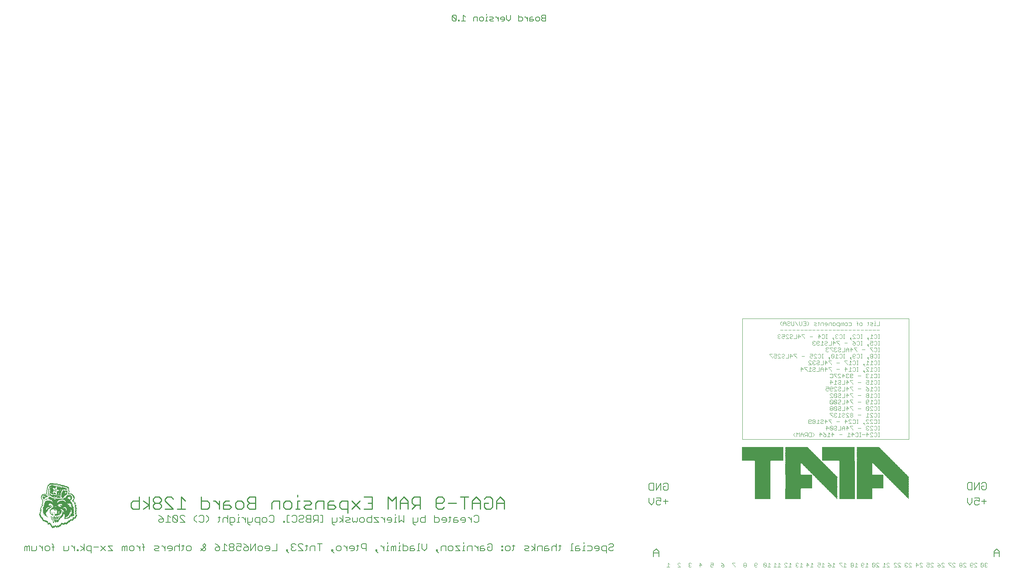
<source format=gbo>
G75*
%MOIN*%
%OFA0B0*%
%FSLAX25Y25*%
%IPPOS*%
%LPD*%
%AMOC8*
5,1,8,0,0,1.08239X$1,22.5*
%
%ADD10C,0.00600*%
%ADD11C,0.00900*%
%ADD12C,0.00300*%
%ADD13R,0.13780X0.00197*%
%ADD14R,0.00394X0.00197*%
%ADD15R,0.00787X0.00197*%
%ADD16R,0.01181X0.00197*%
%ADD17R,0.01575X0.00197*%
%ADD18R,0.01969X0.00197*%
%ADD19R,0.02362X0.00197*%
%ADD20R,0.02756X0.00197*%
%ADD21R,0.03150X0.00197*%
%ADD22R,0.03543X0.00197*%
%ADD23R,0.03937X0.00197*%
%ADD24R,0.04331X0.00197*%
%ADD25R,0.04724X0.00197*%
%ADD26R,0.05118X0.00197*%
%ADD27R,0.05512X0.00197*%
%ADD28R,0.05906X0.00197*%
%ADD29R,0.06299X0.00197*%
%ADD30R,0.06693X0.00197*%
%ADD31R,0.07087X0.00197*%
%ADD32R,0.07480X0.00197*%
%ADD33R,0.07874X0.00197*%
%ADD34R,0.08268X0.00197*%
%ADD35R,0.08661X0.00197*%
%ADD36R,0.09055X0.00197*%
%ADD37R,0.09449X0.00197*%
%ADD38R,0.14173X0.00197*%
%ADD39R,0.09843X0.00197*%
%ADD40R,0.24016X0.00197*%
%ADD41R,0.10236X0.00197*%
%ADD42R,0.10630X0.00197*%
%ADD43R,0.11024X0.00197*%
%ADD44R,0.11417X0.00197*%
%ADD45R,0.11811X0.00197*%
%ADD46R,0.12205X0.00197*%
%ADD47R,0.12598X0.00197*%
%ADD48R,0.12992X0.00197*%
%ADD49R,0.13386X0.00197*%
%ADD50R,0.14567X0.00197*%
%ADD51R,0.14961X0.00197*%
%ADD52R,0.15354X0.00197*%
%ADD53R,0.15748X0.00197*%
%ADD54R,0.16142X0.00197*%
%ADD55R,0.16535X0.00197*%
%ADD56R,0.16929X0.00197*%
%ADD57R,0.17323X0.00197*%
%ADD58R,0.17717X0.00197*%
%ADD59R,0.18110X0.00197*%
%ADD60R,0.18504X0.00197*%
%ADD61R,0.18898X0.00197*%
%ADD62R,0.19291X0.00197*%
%ADD63R,0.19685X0.00197*%
%ADD64R,0.20079X0.00197*%
%ADD65R,0.34252X0.00197*%
%ADD66R,0.33858X0.00197*%
%ADD67R,0.33465X0.00197*%
%ADD68R,0.33071X0.00197*%
%ADD69R,0.32677X0.00197*%
%ADD70R,0.32283X0.00197*%
%ADD71R,0.31890X0.00197*%
%ADD72R,0.29528X0.00197*%
%ADD73R,0.37402X0.00197*%
%ADD74R,0.31496X0.00197*%
%ADD75R,0.31102X0.00197*%
%ADD76R,0.30709X0.00197*%
%ADD77R,0.30315X0.00197*%
%ADD78R,0.29921X0.00197*%
%ADD79R,0.29134X0.00197*%
%ADD80R,0.28740X0.00197*%
%ADD81R,0.28346X0.00197*%
%ADD82R,0.27953X0.00197*%
%ADD83R,0.27559X0.00197*%
%ADD84R,0.27165X0.00197*%
%ADD85R,0.26772X0.00197*%
%ADD86R,0.26378X0.00197*%
%ADD87R,0.25984X0.00197*%
%ADD88R,0.25591X0.00197*%
%ADD89R,0.25197X0.00197*%
%ADD90R,0.24803X0.00197*%
%ADD91R,0.24409X0.00197*%
%ADD92R,0.23622X0.00197*%
%ADD93R,0.23228X0.00197*%
%ADD94R,0.22835X0.00197*%
%ADD95R,0.22441X0.00197*%
%ADD96R,0.22047X0.00197*%
%ADD97R,0.21654X0.00197*%
%ADD98R,0.21260X0.00197*%
%ADD99R,0.20866X0.00197*%
%ADD100R,0.20472X0.00197*%
%ADD101C,0.00394*%
%ADD102C,0.00500*%
%ADD103R,0.00472X0.00236*%
%ADD104R,0.00945X0.00236*%
%ADD105R,0.00709X0.00236*%
%ADD106R,0.01181X0.00236*%
%ADD107R,0.02598X0.00236*%
%ADD108R,0.01654X0.00236*%
%ADD109R,0.03071X0.00236*%
%ADD110R,0.03780X0.00236*%
%ADD111R,0.05906X0.00236*%
%ADD112R,0.06378X0.00236*%
%ADD113R,0.01417X0.00236*%
%ADD114R,0.03543X0.00236*%
%ADD115R,0.02362X0.00236*%
%ADD116R,0.01890X0.00236*%
%ADD117R,0.00236X0.00236*%
%ADD118R,0.04016X0.00236*%
%ADD119R,0.05669X0.00236*%
%ADD120R,0.02835X0.00236*%
%ADD121R,0.02126X0.00236*%
%ADD122R,0.03307X0.00236*%
%ADD123R,0.04252X0.00236*%
%ADD124R,0.06142X0.00236*%
%ADD125R,0.04488X0.00236*%
%ADD126R,0.04724X0.00236*%
%ADD127R,0.06614X0.00236*%
%ADD128R,0.05433X0.00236*%
%ADD129R,0.13228X0.00236*%
%ADD130R,0.12992X0.00236*%
%ADD131R,0.12283X0.00236*%
%ADD132R,0.09921X0.00236*%
%ADD133R,0.07323X0.00236*%
%ADD134R,0.07559X0.00236*%
%ADD135R,0.04961X0.00236*%
%ADD136R,0.10157X0.00236*%
%ADD137R,0.16299X0.00236*%
%ADD138R,0.08976X0.00236*%
%ADD139R,0.08268X0.00236*%
%ADD140R,0.08031X0.00236*%
%ADD141R,0.06850X0.00236*%
%ADD142R,0.05197X0.00236*%
%ADD143R,0.14882X0.00236*%
%ADD144R,0.21260X0.00236*%
%ADD145R,0.24803X0.00236*%
%ADD146R,0.12756X0.00236*%
%ADD147R,0.11339X0.00236*%
%ADD148R,0.09213X0.00236*%
%ADD149R,0.07087X0.00236*%
%ADD150R,0.08504X0.00236*%
%ADD151R,0.07795X0.00236*%
%ADD152R,0.09449X0.00236*%
%ADD153R,0.08740X0.00236*%
%ADD154R,0.09685X0.00236*%
D10*
X0046139Y0076166D02*
X0046139Y0079369D01*
X0047206Y0080436D01*
X0048274Y0079369D01*
X0048274Y0076166D01*
X0050409Y0076166D02*
X0050409Y0080436D01*
X0049341Y0080436D01*
X0048274Y0079369D01*
X0052584Y0080436D02*
X0052584Y0076166D01*
X0055787Y0076166D01*
X0056854Y0077234D01*
X0056854Y0080436D01*
X0059023Y0080436D02*
X0060090Y0080436D01*
X0062226Y0078301D01*
X0062226Y0076166D02*
X0062226Y0080436D01*
X0064401Y0079369D02*
X0065468Y0080436D01*
X0067604Y0080436D01*
X0068671Y0079369D01*
X0068671Y0077234D01*
X0067604Y0076166D01*
X0065468Y0076166D01*
X0064401Y0077234D01*
X0064401Y0079369D01*
X0070833Y0079369D02*
X0072968Y0079369D01*
X0071901Y0081504D02*
X0070833Y0082572D01*
X0071901Y0081504D02*
X0071901Y0076166D01*
X0081589Y0076166D02*
X0081589Y0080436D01*
X0081589Y0076166D02*
X0084792Y0076166D01*
X0085859Y0077234D01*
X0085859Y0080436D01*
X0088028Y0080436D02*
X0089095Y0080436D01*
X0091230Y0078301D01*
X0091230Y0076166D02*
X0091230Y0080436D01*
X0093386Y0077234D02*
X0093386Y0076166D01*
X0094453Y0076166D01*
X0094453Y0077234D01*
X0093386Y0077234D01*
X0096622Y0076166D02*
X0099824Y0078301D01*
X0096622Y0080436D01*
X0099824Y0082572D02*
X0099824Y0076166D01*
X0102000Y0077234D02*
X0103067Y0076166D01*
X0106270Y0076166D01*
X0106270Y0074031D02*
X0106270Y0080436D01*
X0103067Y0080436D01*
X0102000Y0079369D01*
X0102000Y0077234D01*
X0108445Y0079369D02*
X0112715Y0079369D01*
X0114891Y0080436D02*
X0119161Y0076166D01*
X0121336Y0076166D02*
X0125606Y0076166D01*
X0121336Y0080436D01*
X0125606Y0080436D01*
X0119161Y0080436D02*
X0114891Y0076166D01*
X0134227Y0076166D02*
X0134227Y0079369D01*
X0135295Y0080436D01*
X0136362Y0079369D01*
X0136362Y0076166D01*
X0138497Y0076166D02*
X0138497Y0080436D01*
X0137430Y0080436D01*
X0136362Y0079369D01*
X0140672Y0079369D02*
X0141740Y0080436D01*
X0143875Y0080436D01*
X0144943Y0079369D01*
X0144943Y0077234D01*
X0143875Y0076166D01*
X0141740Y0076166D01*
X0140672Y0077234D01*
X0140672Y0079369D01*
X0147111Y0080436D02*
X0148179Y0080436D01*
X0150314Y0078301D01*
X0150314Y0076166D02*
X0150314Y0080436D01*
X0152476Y0079369D02*
X0154611Y0079369D01*
X0153543Y0081504D02*
X0152476Y0082572D01*
X0153543Y0081504D02*
X0153543Y0076166D01*
X0163232Y0077234D02*
X0164299Y0078301D01*
X0166434Y0078301D01*
X0167502Y0079369D01*
X0166434Y0080436D01*
X0163232Y0080436D01*
X0163232Y0077234D02*
X0164299Y0076166D01*
X0167502Y0076166D01*
X0169671Y0080436D02*
X0170738Y0080436D01*
X0172873Y0078301D01*
X0172873Y0076166D02*
X0172873Y0080436D01*
X0175048Y0079369D02*
X0175048Y0078301D01*
X0179319Y0078301D01*
X0179319Y0077234D02*
X0179319Y0079369D01*
X0178251Y0080436D01*
X0176116Y0080436D01*
X0175048Y0079369D01*
X0176116Y0076166D02*
X0178251Y0076166D01*
X0179319Y0077234D01*
X0181494Y0076166D02*
X0181494Y0079369D01*
X0182562Y0080436D01*
X0184697Y0080436D01*
X0185764Y0079369D01*
X0187926Y0080436D02*
X0190061Y0080436D01*
X0188994Y0081504D02*
X0188994Y0077234D01*
X0187926Y0076166D01*
X0185764Y0076166D02*
X0185764Y0082572D01*
X0192236Y0079369D02*
X0192236Y0077234D01*
X0193304Y0076166D01*
X0195439Y0076166D01*
X0196507Y0077234D01*
X0196507Y0079369D01*
X0195439Y0080436D01*
X0193304Y0080436D01*
X0192236Y0079369D01*
X0205127Y0078301D02*
X0207263Y0076166D01*
X0208330Y0076166D01*
X0209398Y0077234D01*
X0209398Y0078301D01*
X0207263Y0080436D01*
X0207263Y0081504D01*
X0208330Y0082572D01*
X0209398Y0081504D01*
X0209398Y0080436D01*
X0205127Y0076166D01*
X0218018Y0077234D02*
X0218018Y0078301D01*
X0219086Y0079369D01*
X0222289Y0079369D01*
X0222289Y0077234D01*
X0221221Y0076166D01*
X0219086Y0076166D01*
X0218018Y0077234D01*
X0220154Y0081504D02*
X0218018Y0082572D01*
X0220154Y0081504D02*
X0222289Y0079369D01*
X0224464Y0076166D02*
X0228734Y0076166D01*
X0226599Y0076166D02*
X0226599Y0082572D01*
X0228734Y0080436D01*
X0230909Y0080436D02*
X0231977Y0079369D01*
X0234112Y0079369D01*
X0235180Y0080436D01*
X0235180Y0081504D01*
X0234112Y0082572D01*
X0231977Y0082572D01*
X0230909Y0081504D01*
X0230909Y0080436D01*
X0231977Y0079369D02*
X0230909Y0078301D01*
X0230909Y0077234D01*
X0231977Y0076166D01*
X0234112Y0076166D01*
X0235180Y0077234D01*
X0235180Y0078301D01*
X0234112Y0079369D01*
X0237355Y0079369D02*
X0237355Y0077234D01*
X0238423Y0076166D01*
X0240558Y0076166D01*
X0241625Y0077234D01*
X0241625Y0079369D02*
X0239490Y0080436D01*
X0238423Y0080436D01*
X0237355Y0079369D01*
X0237355Y0082572D02*
X0241625Y0082572D01*
X0241625Y0079369D01*
X0243800Y0078301D02*
X0244868Y0079369D01*
X0248071Y0079369D01*
X0248071Y0077234D01*
X0247003Y0076166D01*
X0244868Y0076166D01*
X0243800Y0077234D01*
X0243800Y0078301D01*
X0245936Y0081504D02*
X0248071Y0079369D01*
X0245936Y0081504D02*
X0243800Y0082572D01*
X0250246Y0082572D02*
X0250246Y0076166D01*
X0254516Y0082572D01*
X0254516Y0076166D01*
X0256691Y0077234D02*
X0256691Y0079369D01*
X0257759Y0080436D01*
X0259894Y0080436D01*
X0260962Y0079369D01*
X0260962Y0077234D01*
X0259894Y0076166D01*
X0257759Y0076166D01*
X0256691Y0077234D01*
X0263137Y0078301D02*
X0263137Y0079369D01*
X0264205Y0080436D01*
X0266340Y0080436D01*
X0267407Y0079369D01*
X0267407Y0077234D01*
X0266340Y0076166D01*
X0264205Y0076166D01*
X0263137Y0078301D02*
X0267407Y0078301D01*
X0269582Y0076166D02*
X0273853Y0076166D01*
X0273853Y0082572D01*
X0282460Y0077234D02*
X0283528Y0077234D01*
X0283528Y0076166D01*
X0282460Y0076166D01*
X0282460Y0077234D01*
X0282460Y0076166D02*
X0284595Y0074031D01*
X0286770Y0077234D02*
X0287838Y0076166D01*
X0289973Y0076166D01*
X0291041Y0077234D01*
X0293216Y0076166D02*
X0297486Y0076166D01*
X0293216Y0080436D01*
X0293216Y0081504D01*
X0294284Y0082572D01*
X0296419Y0082572D01*
X0297486Y0081504D01*
X0299648Y0080436D02*
X0301783Y0080436D01*
X0300716Y0081504D02*
X0300716Y0077234D01*
X0299648Y0076166D01*
X0303958Y0076166D02*
X0303958Y0079369D01*
X0305026Y0080436D01*
X0308229Y0080436D01*
X0308229Y0076166D01*
X0312539Y0076166D02*
X0312539Y0082572D01*
X0314674Y0082572D02*
X0310404Y0082572D01*
X0323282Y0077234D02*
X0324349Y0077234D01*
X0324349Y0076166D01*
X0323282Y0076166D01*
X0323282Y0077234D01*
X0323282Y0076166D02*
X0325417Y0074031D01*
X0327592Y0077234D02*
X0327592Y0079369D01*
X0328659Y0080436D01*
X0330795Y0080436D01*
X0331862Y0079369D01*
X0331862Y0077234D01*
X0330795Y0076166D01*
X0328659Y0076166D01*
X0327592Y0077234D01*
X0334031Y0080436D02*
X0335098Y0080436D01*
X0337233Y0078301D01*
X0337233Y0076166D02*
X0337233Y0080436D01*
X0339409Y0079369D02*
X0339409Y0078301D01*
X0343679Y0078301D01*
X0343679Y0077234D02*
X0343679Y0079369D01*
X0342611Y0080436D01*
X0340476Y0080436D01*
X0339409Y0079369D01*
X0340476Y0076166D02*
X0342611Y0076166D01*
X0343679Y0077234D01*
X0345841Y0076166D02*
X0346908Y0077234D01*
X0346908Y0081504D01*
X0345841Y0080436D02*
X0347976Y0080436D01*
X0350151Y0079369D02*
X0351219Y0078301D01*
X0354421Y0078301D01*
X0354421Y0076166D02*
X0354421Y0082572D01*
X0351219Y0082572D01*
X0350151Y0081504D01*
X0350151Y0079369D01*
X0363029Y0077234D02*
X0364096Y0077234D01*
X0364096Y0076166D01*
X0363029Y0076166D01*
X0363029Y0077234D01*
X0363029Y0076166D02*
X0365164Y0074031D01*
X0370535Y0076166D02*
X0370535Y0080436D01*
X0370535Y0078301D02*
X0368400Y0080436D01*
X0367332Y0080436D01*
X0373765Y0080436D02*
X0373765Y0076166D01*
X0374832Y0076166D02*
X0372697Y0076166D01*
X0377007Y0076166D02*
X0377007Y0079369D01*
X0378075Y0080436D01*
X0379143Y0079369D01*
X0379143Y0076166D01*
X0381278Y0076166D02*
X0381278Y0080436D01*
X0380210Y0080436D01*
X0379143Y0079369D01*
X0374832Y0080436D02*
X0373765Y0080436D01*
X0373765Y0082572D02*
X0373765Y0083639D01*
X0384507Y0083639D02*
X0384507Y0082572D01*
X0384507Y0080436D02*
X0384507Y0076166D01*
X0383440Y0076166D02*
X0385575Y0076166D01*
X0387750Y0076166D02*
X0390953Y0076166D01*
X0392020Y0077234D01*
X0392020Y0079369D01*
X0390953Y0080436D01*
X0387750Y0080436D01*
X0387750Y0082572D02*
X0387750Y0076166D01*
X0385575Y0080436D02*
X0384507Y0080436D01*
X0394195Y0079369D02*
X0394195Y0076166D01*
X0397398Y0076166D01*
X0398466Y0077234D01*
X0397398Y0078301D01*
X0394195Y0078301D01*
X0394195Y0079369D02*
X0395263Y0080436D01*
X0397398Y0080436D01*
X0401695Y0082572D02*
X0401695Y0076166D01*
X0400628Y0076166D02*
X0402763Y0076166D01*
X0404938Y0078301D02*
X0404938Y0082572D01*
X0402763Y0082572D02*
X0401695Y0082572D01*
X0404938Y0078301D02*
X0407073Y0076166D01*
X0409208Y0078301D01*
X0409208Y0082572D01*
X0417816Y0077234D02*
X0418883Y0077234D01*
X0418883Y0076166D01*
X0417816Y0076166D01*
X0417816Y0077234D01*
X0417816Y0076166D02*
X0419951Y0074031D01*
X0422126Y0076166D02*
X0422126Y0079369D01*
X0423193Y0080436D01*
X0426396Y0080436D01*
X0426396Y0076166D01*
X0428571Y0077234D02*
X0428571Y0079369D01*
X0429639Y0080436D01*
X0431774Y0080436D01*
X0432842Y0079369D01*
X0432842Y0077234D01*
X0431774Y0076166D01*
X0429639Y0076166D01*
X0428571Y0077234D01*
X0435017Y0076166D02*
X0439287Y0076166D01*
X0435017Y0080436D01*
X0439287Y0080436D01*
X0442517Y0080436D02*
X0442517Y0076166D01*
X0443584Y0076166D02*
X0441449Y0076166D01*
X0445759Y0076166D02*
X0445759Y0079369D01*
X0446827Y0080436D01*
X0450030Y0080436D01*
X0450030Y0076166D01*
X0452198Y0080436D02*
X0453266Y0080436D01*
X0455401Y0078301D01*
X0455401Y0076166D02*
X0455401Y0080436D01*
X0457576Y0079369D02*
X0457576Y0076166D01*
X0460779Y0076166D01*
X0461846Y0077234D01*
X0460779Y0078301D01*
X0457576Y0078301D01*
X0457576Y0079369D02*
X0458644Y0080436D01*
X0460779Y0080436D01*
X0464022Y0079369D02*
X0466157Y0079369D01*
X0464022Y0079369D02*
X0464022Y0077234D01*
X0465089Y0076166D01*
X0467224Y0076166D01*
X0468292Y0077234D01*
X0468292Y0081504D01*
X0467224Y0082572D01*
X0465089Y0082572D01*
X0464022Y0081504D01*
X0476893Y0080436D02*
X0476893Y0079369D01*
X0477960Y0079369D01*
X0477960Y0080436D01*
X0476893Y0080436D01*
X0476893Y0077234D02*
X0476893Y0076166D01*
X0477960Y0076166D01*
X0477960Y0077234D01*
X0476893Y0077234D01*
X0480135Y0077234D02*
X0480135Y0079369D01*
X0481203Y0080436D01*
X0483338Y0080436D01*
X0484406Y0079369D01*
X0484406Y0077234D01*
X0483338Y0076166D01*
X0481203Y0076166D01*
X0480135Y0077234D01*
X0486567Y0076166D02*
X0487635Y0077234D01*
X0487635Y0081504D01*
X0488703Y0080436D02*
X0486567Y0080436D01*
X0497323Y0080436D02*
X0500526Y0080436D01*
X0501594Y0079369D01*
X0500526Y0078301D01*
X0498391Y0078301D01*
X0497323Y0077234D01*
X0498391Y0076166D01*
X0501594Y0076166D01*
X0503762Y0076166D02*
X0506965Y0078301D01*
X0503762Y0080436D01*
X0506965Y0082572D02*
X0506965Y0076166D01*
X0509140Y0076166D02*
X0509140Y0079369D01*
X0510208Y0080436D01*
X0513410Y0080436D01*
X0513410Y0076166D01*
X0515586Y0076166D02*
X0515586Y0079369D01*
X0516653Y0080436D01*
X0518788Y0080436D01*
X0518788Y0078301D02*
X0515586Y0078301D01*
X0515586Y0076166D02*
X0518788Y0076166D01*
X0519856Y0077234D01*
X0518788Y0078301D01*
X0522031Y0079369D02*
X0522031Y0076166D01*
X0522031Y0079369D02*
X0523099Y0080436D01*
X0525234Y0080436D01*
X0526301Y0079369D01*
X0528463Y0080436D02*
X0530598Y0080436D01*
X0529531Y0081504D02*
X0529531Y0077234D01*
X0528463Y0076166D01*
X0526301Y0076166D02*
X0526301Y0082572D01*
X0540273Y0082572D02*
X0540273Y0076166D01*
X0539206Y0076166D02*
X0541341Y0076166D01*
X0543516Y0076166D02*
X0543516Y0079369D01*
X0544584Y0080436D01*
X0546719Y0080436D01*
X0546719Y0078301D02*
X0543516Y0078301D01*
X0543516Y0076166D02*
X0546719Y0076166D01*
X0547786Y0077234D01*
X0546719Y0078301D01*
X0549948Y0076166D02*
X0552083Y0076166D01*
X0551016Y0076166D02*
X0551016Y0080436D01*
X0552083Y0080436D01*
X0554259Y0080436D02*
X0557461Y0080436D01*
X0558529Y0079369D01*
X0558529Y0077234D01*
X0557461Y0076166D01*
X0554259Y0076166D01*
X0560704Y0078301D02*
X0564974Y0078301D01*
X0564974Y0077234D02*
X0564974Y0079369D01*
X0563907Y0080436D01*
X0561772Y0080436D01*
X0560704Y0079369D01*
X0560704Y0078301D01*
X0561772Y0076166D02*
X0563907Y0076166D01*
X0564974Y0077234D01*
X0567150Y0077234D02*
X0568217Y0076166D01*
X0571420Y0076166D01*
X0571420Y0074031D02*
X0571420Y0080436D01*
X0568217Y0080436D01*
X0567150Y0079369D01*
X0567150Y0077234D01*
X0573595Y0077234D02*
X0574663Y0076166D01*
X0576798Y0076166D01*
X0577865Y0077234D01*
X0576798Y0079369D02*
X0574663Y0079369D01*
X0573595Y0078301D01*
X0573595Y0077234D01*
X0576798Y0079369D02*
X0577865Y0080436D01*
X0577865Y0081504D01*
X0576798Y0082572D01*
X0574663Y0082572D01*
X0573595Y0081504D01*
X0551016Y0082572D02*
X0551016Y0083639D01*
X0541341Y0082572D02*
X0540273Y0082572D01*
X0613957Y0075508D02*
X0613957Y0070654D01*
X0613957Y0074294D02*
X0618810Y0074294D01*
X0618810Y0075508D02*
X0616384Y0077935D01*
X0613957Y0075508D01*
X0618810Y0075508D02*
X0618810Y0070654D01*
X0619565Y0117505D02*
X0617430Y0117505D01*
X0616362Y0118572D01*
X0616362Y0120707D01*
X0617430Y0121775D01*
X0618497Y0121775D01*
X0620632Y0120707D01*
X0620632Y0123910D01*
X0616362Y0123910D01*
X0614187Y0123910D02*
X0614187Y0119640D01*
X0612052Y0117505D01*
X0609917Y0119640D01*
X0609917Y0123910D01*
X0619565Y0117505D02*
X0620632Y0118572D01*
X0622808Y0120707D02*
X0627078Y0120707D01*
X0624943Y0118572D02*
X0624943Y0122843D01*
X0626010Y0130891D02*
X0623875Y0130891D01*
X0622808Y0131958D01*
X0622808Y0134093D01*
X0624943Y0134093D01*
X0627078Y0131958D02*
X0626010Y0130891D01*
X0627078Y0131958D02*
X0627078Y0136228D01*
X0626010Y0137296D01*
X0623875Y0137296D01*
X0622808Y0136228D01*
X0620632Y0137296D02*
X0616362Y0130891D01*
X0616362Y0137296D01*
X0614187Y0137296D02*
X0610984Y0137296D01*
X0609917Y0136228D01*
X0609917Y0131958D01*
X0610984Y0130891D01*
X0614187Y0130891D01*
X0614187Y0137296D01*
X0620632Y0137296D02*
X0620632Y0130891D01*
X0456015Y0107095D02*
X0456015Y0102824D01*
X0454947Y0101757D01*
X0452812Y0101757D01*
X0451745Y0102824D01*
X0449569Y0101757D02*
X0449569Y0106027D01*
X0447434Y0106027D02*
X0446367Y0106027D01*
X0447434Y0106027D02*
X0449569Y0103892D01*
X0451745Y0107095D02*
X0452812Y0108162D01*
X0454947Y0108162D01*
X0456015Y0107095D01*
X0444198Y0104959D02*
X0443131Y0106027D01*
X0440995Y0106027D01*
X0439928Y0104959D01*
X0439928Y0103892D01*
X0444198Y0103892D01*
X0444198Y0104959D02*
X0444198Y0102824D01*
X0443131Y0101757D01*
X0440995Y0101757D01*
X0437753Y0102824D02*
X0436685Y0103892D01*
X0433482Y0103892D01*
X0433482Y0104959D02*
X0433482Y0101757D01*
X0436685Y0101757D01*
X0437753Y0102824D01*
X0436685Y0106027D02*
X0434550Y0106027D01*
X0433482Y0104959D01*
X0431307Y0106027D02*
X0429172Y0106027D01*
X0430240Y0107095D02*
X0430240Y0102824D01*
X0429172Y0101757D01*
X0427010Y0102824D02*
X0427010Y0104959D01*
X0425943Y0106027D01*
X0423807Y0106027D01*
X0422740Y0104959D01*
X0422740Y0103892D01*
X0427010Y0103892D01*
X0427010Y0102824D02*
X0425943Y0101757D01*
X0423807Y0101757D01*
X0420565Y0102824D02*
X0419497Y0101757D01*
X0416294Y0101757D01*
X0416294Y0108162D01*
X0416294Y0106027D02*
X0419497Y0106027D01*
X0420565Y0104959D01*
X0420565Y0102824D01*
X0407674Y0101757D02*
X0404471Y0101757D01*
X0403403Y0102824D01*
X0403403Y0104959D01*
X0404471Y0106027D01*
X0407674Y0106027D01*
X0407674Y0108162D02*
X0407674Y0101757D01*
X0401228Y0102824D02*
X0400161Y0101757D01*
X0396958Y0101757D01*
X0396958Y0100689D02*
X0398026Y0099622D01*
X0399093Y0099622D01*
X0396958Y0100689D02*
X0396958Y0106027D01*
X0401228Y0106027D02*
X0401228Y0102824D01*
X0388337Y0101757D02*
X0386202Y0103892D01*
X0384067Y0101757D01*
X0384067Y0108162D01*
X0381892Y0106027D02*
X0380824Y0106027D01*
X0380824Y0101757D01*
X0379757Y0101757D02*
X0381892Y0101757D01*
X0377595Y0102824D02*
X0377595Y0104959D01*
X0376527Y0106027D01*
X0374392Y0106027D01*
X0373324Y0104959D01*
X0373324Y0103892D01*
X0377595Y0103892D01*
X0377595Y0102824D02*
X0376527Y0101757D01*
X0374392Y0101757D01*
X0371149Y0101757D02*
X0371149Y0106027D01*
X0371149Y0103892D02*
X0369014Y0106027D01*
X0367947Y0106027D01*
X0365778Y0106027D02*
X0361508Y0106027D01*
X0365778Y0101757D01*
X0361508Y0101757D01*
X0359333Y0101757D02*
X0356130Y0101757D01*
X0355062Y0102824D01*
X0355062Y0104959D01*
X0356130Y0106027D01*
X0359333Y0106027D01*
X0359333Y0108162D02*
X0359333Y0101757D01*
X0352887Y0102824D02*
X0351819Y0101757D01*
X0349684Y0101757D01*
X0348617Y0102824D01*
X0348617Y0104959D01*
X0349684Y0106027D01*
X0351819Y0106027D01*
X0352887Y0104959D01*
X0352887Y0102824D01*
X0346442Y0102824D02*
X0345374Y0101757D01*
X0344306Y0102824D01*
X0343239Y0101757D01*
X0342171Y0102824D01*
X0342171Y0106027D01*
X0339996Y0104959D02*
X0338928Y0106027D01*
X0335726Y0106027D01*
X0336793Y0103892D02*
X0338928Y0103892D01*
X0339996Y0104959D01*
X0339996Y0101757D02*
X0336793Y0101757D01*
X0335726Y0102824D01*
X0336793Y0103892D01*
X0333551Y0103892D02*
X0330348Y0106027D01*
X0328179Y0106027D02*
X0328179Y0102824D01*
X0327112Y0101757D01*
X0323909Y0101757D01*
X0323909Y0100689D02*
X0324977Y0099622D01*
X0326044Y0099622D01*
X0323909Y0100689D02*
X0323909Y0106027D01*
X0330348Y0101757D02*
X0333551Y0103892D01*
X0333551Y0101757D02*
X0333551Y0108162D01*
X0346442Y0106027D02*
X0346442Y0102824D01*
X0315288Y0101757D02*
X0315288Y0108162D01*
X0313153Y0108162D01*
X0310991Y0108162D02*
X0307789Y0108162D01*
X0306721Y0107095D01*
X0306721Y0104959D01*
X0307789Y0103892D01*
X0310991Y0103892D01*
X0308856Y0103892D02*
X0306721Y0101757D01*
X0304546Y0101757D02*
X0301343Y0101757D01*
X0300275Y0102824D01*
X0300275Y0103892D01*
X0301343Y0104959D01*
X0304546Y0104959D01*
X0304546Y0101757D02*
X0304546Y0108162D01*
X0301343Y0108162D01*
X0300275Y0107095D01*
X0300275Y0106027D01*
X0301343Y0104959D01*
X0298100Y0106027D02*
X0297033Y0104959D01*
X0294898Y0104959D01*
X0293830Y0103892D01*
X0293830Y0102824D01*
X0294898Y0101757D01*
X0297033Y0101757D01*
X0298100Y0102824D01*
X0298100Y0106027D02*
X0298100Y0107095D01*
X0297033Y0108162D01*
X0294898Y0108162D01*
X0293830Y0107095D01*
X0291655Y0107095D02*
X0291655Y0102824D01*
X0290587Y0101757D01*
X0288452Y0101757D01*
X0287384Y0102824D01*
X0285209Y0101757D02*
X0283074Y0101757D01*
X0283074Y0108162D01*
X0285209Y0108162D01*
X0287384Y0107095D02*
X0288452Y0108162D01*
X0290587Y0108162D01*
X0291655Y0107095D01*
X0280912Y0102824D02*
X0280912Y0101757D01*
X0279845Y0101757D01*
X0279845Y0102824D01*
X0280912Y0102824D01*
X0271244Y0102824D02*
X0270176Y0101757D01*
X0268041Y0101757D01*
X0266974Y0102824D01*
X0264799Y0102824D02*
X0263731Y0101757D01*
X0261596Y0101757D01*
X0260528Y0102824D01*
X0260528Y0104959D01*
X0261596Y0106027D01*
X0263731Y0106027D01*
X0264799Y0104959D01*
X0264799Y0102824D01*
X0266974Y0107095D02*
X0268041Y0108162D01*
X0270176Y0108162D01*
X0271244Y0107095D01*
X0271244Y0102824D01*
X0258353Y0101757D02*
X0255150Y0101757D01*
X0254083Y0102824D01*
X0254083Y0104959D01*
X0255150Y0106027D01*
X0258353Y0106027D01*
X0258353Y0099622D01*
X0251908Y0102824D02*
X0250840Y0101757D01*
X0247637Y0101757D01*
X0247637Y0100689D02*
X0248705Y0099622D01*
X0249772Y0099622D01*
X0247637Y0100689D02*
X0247637Y0106027D01*
X0245462Y0106027D02*
X0245462Y0101757D01*
X0245462Y0103892D02*
X0243327Y0106027D01*
X0242259Y0106027D01*
X0240091Y0106027D02*
X0239023Y0106027D01*
X0239023Y0101757D01*
X0237956Y0101757D02*
X0240091Y0101757D01*
X0235794Y0102824D02*
X0234726Y0101757D01*
X0231523Y0101757D01*
X0231523Y0100689D02*
X0231523Y0106027D01*
X0234726Y0106027D01*
X0235794Y0104959D01*
X0235794Y0102824D01*
X0233659Y0099622D02*
X0232591Y0099622D01*
X0231523Y0100689D01*
X0229348Y0101757D02*
X0229348Y0108162D01*
X0228281Y0106027D02*
X0226146Y0106027D01*
X0225078Y0104959D01*
X0225078Y0101757D01*
X0221835Y0102824D02*
X0220768Y0101757D01*
X0221835Y0102824D02*
X0221835Y0107095D01*
X0220768Y0106027D02*
X0222903Y0106027D01*
X0228281Y0106027D02*
X0229348Y0104959D01*
X0239023Y0108162D02*
X0239023Y0109230D01*
X0251908Y0106027D02*
X0251908Y0102824D01*
X0212160Y0103892D02*
X0210025Y0101757D01*
X0207863Y0102824D02*
X0206796Y0101757D01*
X0204661Y0101757D01*
X0203593Y0102824D01*
X0201418Y0101757D02*
X0199283Y0103892D01*
X0199283Y0106027D01*
X0201418Y0108162D01*
X0203593Y0107095D02*
X0204661Y0108162D01*
X0206796Y0108162D01*
X0207863Y0107095D01*
X0207863Y0102824D01*
X0212160Y0103892D02*
X0212160Y0106027D01*
X0210025Y0108162D01*
X0190675Y0107095D02*
X0189608Y0108162D01*
X0187473Y0108162D01*
X0186405Y0107095D01*
X0186405Y0106027D01*
X0190675Y0101757D01*
X0186405Y0101757D01*
X0184230Y0102824D02*
X0183162Y0101757D01*
X0181027Y0101757D01*
X0179960Y0102824D01*
X0179960Y0107095D01*
X0184230Y0102824D01*
X0184230Y0107095D01*
X0183162Y0108162D01*
X0181027Y0108162D01*
X0179960Y0107095D01*
X0177784Y0106027D02*
X0175649Y0108162D01*
X0175649Y0101757D01*
X0177784Y0101757D02*
X0173514Y0101757D01*
X0171339Y0102824D02*
X0170271Y0101757D01*
X0168136Y0101757D01*
X0167069Y0102824D01*
X0167069Y0103892D01*
X0168136Y0104959D01*
X0171339Y0104959D01*
X0171339Y0102824D01*
X0171339Y0104959D02*
X0169204Y0107095D01*
X0167069Y0108162D01*
X0286770Y0081504D02*
X0286770Y0080436D01*
X0287838Y0079369D01*
X0286770Y0078301D01*
X0286770Y0077234D01*
X0287838Y0079369D02*
X0288906Y0079369D01*
X0291041Y0081504D02*
X0289973Y0082572D01*
X0287838Y0082572D01*
X0286770Y0081504D01*
X0310991Y0101757D02*
X0310991Y0108162D01*
X0313153Y0101757D02*
X0315288Y0101757D01*
X0380824Y0108162D02*
X0380824Y0109230D01*
X0388337Y0108162D02*
X0388337Y0101757D01*
X0442517Y0083639D02*
X0442517Y0082572D01*
X0442517Y0080436D02*
X0443584Y0080436D01*
X0897318Y0119640D02*
X0899453Y0117505D01*
X0901589Y0119640D01*
X0901589Y0123910D01*
X0903764Y0123910D02*
X0908034Y0123910D01*
X0908034Y0120707D01*
X0905899Y0121775D01*
X0904831Y0121775D01*
X0903764Y0120707D01*
X0903764Y0118572D01*
X0904831Y0117505D01*
X0906966Y0117505D01*
X0908034Y0118572D01*
X0910209Y0120707D02*
X0914480Y0120707D01*
X0912344Y0122843D02*
X0912344Y0118572D01*
X0897318Y0119640D02*
X0897318Y0123910D01*
X0898386Y0131284D02*
X0897318Y0132352D01*
X0897318Y0136622D01*
X0898386Y0137690D01*
X0901589Y0137690D01*
X0901589Y0131284D01*
X0898386Y0131284D01*
X0903764Y0131284D02*
X0903764Y0137690D01*
X0908034Y0137690D02*
X0903764Y0131284D01*
X0908034Y0131284D02*
X0908034Y0137690D01*
X0910209Y0136622D02*
X0911277Y0137690D01*
X0913412Y0137690D01*
X0914480Y0136622D01*
X0914480Y0132352D01*
X0913412Y0131284D01*
X0911277Y0131284D01*
X0910209Y0132352D01*
X0910209Y0134487D01*
X0912344Y0134487D01*
X0923864Y0077935D02*
X0921437Y0075508D01*
X0921437Y0070654D01*
X0921437Y0074294D02*
X0926291Y0074294D01*
X0926291Y0075508D02*
X0923864Y0077935D01*
X0926291Y0075508D02*
X0926291Y0070654D01*
D11*
X0479290Y0113718D02*
X0479290Y0120998D01*
X0475650Y0124638D01*
X0472010Y0120998D01*
X0472010Y0113718D01*
X0468415Y0115538D02*
X0466595Y0113718D01*
X0462955Y0113718D01*
X0461134Y0115538D01*
X0461134Y0119178D01*
X0464775Y0119178D01*
X0468415Y0122818D02*
X0468415Y0115538D01*
X0472010Y0119178D02*
X0479290Y0119178D01*
X0468415Y0122818D02*
X0466595Y0124638D01*
X0462955Y0124638D01*
X0461134Y0122818D01*
X0457539Y0120998D02*
X0453899Y0124638D01*
X0450259Y0120998D01*
X0450259Y0113718D01*
X0450259Y0119178D02*
X0457539Y0119178D01*
X0457539Y0120998D02*
X0457539Y0113718D01*
X0443024Y0113718D02*
X0443024Y0124638D01*
X0446664Y0124638D02*
X0439384Y0124638D01*
X0435788Y0119178D02*
X0428508Y0119178D01*
X0424913Y0120998D02*
X0423093Y0119178D01*
X0417633Y0119178D01*
X0417633Y0122818D02*
X0419453Y0124638D01*
X0423093Y0124638D01*
X0424913Y0122818D01*
X0424913Y0120998D01*
X0424913Y0115538D02*
X0423093Y0113718D01*
X0419453Y0113718D01*
X0417633Y0115538D01*
X0417633Y0122818D01*
X0403162Y0124638D02*
X0403162Y0113718D01*
X0403162Y0117358D02*
X0397702Y0117358D01*
X0395882Y0119178D01*
X0395882Y0122818D01*
X0397702Y0124638D01*
X0403162Y0124638D01*
X0392287Y0120998D02*
X0388647Y0124638D01*
X0385006Y0120998D01*
X0385006Y0113718D01*
X0381411Y0113718D02*
X0381411Y0124638D01*
X0377771Y0120998D01*
X0374131Y0124638D01*
X0374131Y0113718D01*
X0385006Y0119178D02*
X0392287Y0119178D01*
X0392287Y0120998D02*
X0392287Y0113718D01*
X0395882Y0113718D02*
X0399522Y0117358D01*
X0359660Y0119178D02*
X0356020Y0119178D01*
X0352380Y0124638D02*
X0359660Y0124638D01*
X0359660Y0113718D01*
X0352380Y0113718D01*
X0348785Y0113718D02*
X0341505Y0120998D01*
X0337910Y0120998D02*
X0332449Y0120998D01*
X0330629Y0119178D01*
X0330629Y0115538D01*
X0332449Y0113718D01*
X0337910Y0113718D01*
X0341505Y0113718D02*
X0348785Y0120998D01*
X0337910Y0120998D02*
X0337910Y0110078D01*
X0327034Y0115538D02*
X0325214Y0117358D01*
X0319754Y0117358D01*
X0319754Y0119178D02*
X0319754Y0113718D01*
X0325214Y0113718D01*
X0327034Y0115538D01*
X0325214Y0120998D02*
X0321574Y0120998D01*
X0319754Y0119178D01*
X0316159Y0120998D02*
X0310699Y0120998D01*
X0308878Y0119178D01*
X0308878Y0113718D01*
X0305283Y0113718D02*
X0299823Y0113718D01*
X0298003Y0115538D01*
X0299823Y0117358D01*
X0303463Y0117358D01*
X0305283Y0119178D01*
X0303463Y0120998D01*
X0298003Y0120998D01*
X0294408Y0120998D02*
X0292588Y0120998D01*
X0292588Y0113718D01*
X0294408Y0113718D02*
X0290768Y0113718D01*
X0287158Y0115538D02*
X0285338Y0113718D01*
X0281697Y0113718D01*
X0279877Y0115538D01*
X0279877Y0119178D01*
X0281697Y0120998D01*
X0285338Y0120998D01*
X0287158Y0119178D01*
X0287158Y0115538D01*
X0276282Y0113718D02*
X0276282Y0120998D01*
X0270822Y0120998D01*
X0269002Y0119178D01*
X0269002Y0113718D01*
X0254531Y0113718D02*
X0254531Y0124638D01*
X0249071Y0124638D01*
X0247251Y0122818D01*
X0247251Y0120998D01*
X0249071Y0119178D01*
X0254531Y0119178D01*
X0249071Y0119178D02*
X0247251Y0117358D01*
X0247251Y0115538D01*
X0249071Y0113718D01*
X0254531Y0113718D01*
X0243656Y0115538D02*
X0243656Y0119178D01*
X0241836Y0120998D01*
X0238196Y0120998D01*
X0236376Y0119178D01*
X0236376Y0115538D01*
X0238196Y0113718D01*
X0241836Y0113718D01*
X0243656Y0115538D01*
X0232780Y0115538D02*
X0230960Y0117358D01*
X0225500Y0117358D01*
X0225500Y0119178D02*
X0225500Y0113718D01*
X0230960Y0113718D01*
X0232780Y0115538D01*
X0230960Y0120998D02*
X0227320Y0120998D01*
X0225500Y0119178D01*
X0221905Y0120998D02*
X0221905Y0113718D01*
X0221905Y0117358D02*
X0218265Y0120998D01*
X0216445Y0120998D01*
X0212842Y0119178D02*
X0211022Y0120998D01*
X0205562Y0120998D01*
X0205562Y0124638D02*
X0205562Y0113718D01*
X0211022Y0113718D01*
X0212842Y0115538D01*
X0212842Y0119178D01*
X0191091Y0120998D02*
X0187451Y0124638D01*
X0187451Y0113718D01*
X0191091Y0113718D02*
X0183811Y0113718D01*
X0180216Y0113718D02*
X0172936Y0120998D01*
X0172936Y0122818D01*
X0174756Y0124638D01*
X0178396Y0124638D01*
X0180216Y0122818D01*
X0180216Y0113718D02*
X0172936Y0113718D01*
X0169340Y0115538D02*
X0169340Y0117358D01*
X0167520Y0119178D01*
X0163880Y0119178D01*
X0162060Y0117358D01*
X0162060Y0115538D01*
X0163880Y0113718D01*
X0167520Y0113718D01*
X0169340Y0115538D01*
X0167520Y0119178D02*
X0169340Y0120998D01*
X0169340Y0122818D01*
X0167520Y0124638D01*
X0163880Y0124638D01*
X0162060Y0122818D01*
X0162060Y0120998D01*
X0163880Y0119178D01*
X0158465Y0117358D02*
X0153005Y0120998D01*
X0149402Y0120998D02*
X0143942Y0120998D01*
X0142122Y0119178D01*
X0142122Y0115538D01*
X0143942Y0113718D01*
X0149402Y0113718D01*
X0149402Y0124638D01*
X0158465Y0124638D02*
X0158465Y0113718D01*
X0158465Y0117358D02*
X0153005Y0113718D01*
X0292588Y0124638D02*
X0292588Y0126458D01*
X0316159Y0120998D02*
X0316159Y0113718D01*
D12*
X0625982Y0061449D02*
X0628409Y0061449D01*
X0627196Y0061449D02*
X0627196Y0065089D01*
X0628409Y0063876D01*
X0635825Y0063876D02*
X0635825Y0064483D01*
X0636432Y0065089D01*
X0637645Y0065089D01*
X0638252Y0064483D01*
X0635825Y0063876D02*
X0638252Y0061449D01*
X0635825Y0061449D01*
X0645667Y0062056D02*
X0645667Y0062663D01*
X0646274Y0063269D01*
X0646881Y0063269D01*
X0646274Y0063269D02*
X0645667Y0063876D01*
X0645667Y0064483D01*
X0646274Y0065089D01*
X0647487Y0065089D01*
X0648094Y0064483D01*
X0648094Y0062056D02*
X0647487Y0061449D01*
X0646274Y0061449D01*
X0645667Y0062056D01*
X0655116Y0063269D02*
X0657543Y0063269D01*
X0655723Y0065089D01*
X0655723Y0061449D01*
X0665352Y0062056D02*
X0665352Y0063269D01*
X0665959Y0063876D01*
X0666566Y0063876D01*
X0667779Y0063269D01*
X0667779Y0065089D01*
X0665352Y0065089D01*
X0665352Y0062056D02*
X0665959Y0061449D01*
X0667172Y0061449D01*
X0667779Y0062056D01*
X0675195Y0062056D02*
X0675195Y0062663D01*
X0675802Y0063269D01*
X0677622Y0063269D01*
X0677622Y0062056D01*
X0677015Y0061449D01*
X0675802Y0061449D01*
X0675195Y0062056D01*
X0676408Y0064483D02*
X0675195Y0065089D01*
X0676408Y0064483D02*
X0677622Y0063269D01*
X0685037Y0064483D02*
X0687464Y0062056D01*
X0687464Y0061449D01*
X0687464Y0065089D02*
X0685037Y0065089D01*
X0685037Y0064483D01*
X0695274Y0064483D02*
X0695274Y0063876D01*
X0695880Y0063269D01*
X0697094Y0063269D01*
X0697700Y0063876D01*
X0697700Y0064483D01*
X0697094Y0065089D01*
X0695880Y0065089D01*
X0695274Y0064483D01*
X0695880Y0063269D02*
X0695274Y0062663D01*
X0695274Y0062056D01*
X0695880Y0061449D01*
X0697094Y0061449D01*
X0697700Y0062056D01*
X0697700Y0062663D01*
X0697094Y0063269D01*
X0705116Y0063269D02*
X0706936Y0063269D01*
X0707543Y0063876D01*
X0707543Y0064483D01*
X0706936Y0065089D01*
X0705723Y0065089D01*
X0705116Y0064483D01*
X0705116Y0062056D01*
X0705723Y0061449D01*
X0706936Y0061449D01*
X0707543Y0062056D01*
X0713302Y0062056D02*
X0713909Y0061449D01*
X0715122Y0061449D01*
X0715729Y0062056D01*
X0713302Y0064483D01*
X0713302Y0062056D01*
X0713302Y0064483D02*
X0713909Y0065089D01*
X0715122Y0065089D01*
X0715729Y0064483D01*
X0715729Y0062056D01*
X0716927Y0061449D02*
X0719354Y0061449D01*
X0718141Y0061449D02*
X0718141Y0065089D01*
X0719354Y0063876D01*
X0722357Y0061449D02*
X0724784Y0061449D01*
X0725982Y0061449D02*
X0728409Y0061449D01*
X0727196Y0061449D02*
X0727196Y0065089D01*
X0728409Y0063876D01*
X0724784Y0063876D02*
X0723571Y0065089D01*
X0723571Y0061449D01*
X0732200Y0061449D02*
X0734626Y0061449D01*
X0732200Y0063876D01*
X0732200Y0064483D01*
X0732806Y0065089D01*
X0734020Y0065089D01*
X0734626Y0064483D01*
X0737038Y0065089D02*
X0737038Y0061449D01*
X0735825Y0061449D02*
X0738252Y0061449D01*
X0738252Y0063876D02*
X0737038Y0065089D01*
X0742436Y0064483D02*
X0742436Y0063876D01*
X0743043Y0063269D01*
X0742436Y0062663D01*
X0742436Y0062056D01*
X0743043Y0061449D01*
X0744256Y0061449D01*
X0744863Y0062056D01*
X0746061Y0061449D02*
X0748488Y0061449D01*
X0747274Y0061449D02*
X0747274Y0065089D01*
X0748488Y0063876D01*
X0751885Y0063269D02*
X0754311Y0063269D01*
X0752491Y0065089D01*
X0752491Y0061449D01*
X0755510Y0061449D02*
X0757937Y0061449D01*
X0756723Y0061449D02*
X0756723Y0065089D01*
X0757937Y0063876D01*
X0762121Y0063269D02*
X0762121Y0062056D01*
X0762728Y0061449D01*
X0763941Y0061449D01*
X0764548Y0062056D01*
X0764548Y0063269D02*
X0763334Y0063876D01*
X0762728Y0063876D01*
X0762121Y0063269D01*
X0762121Y0065089D02*
X0764548Y0065089D01*
X0764548Y0063269D01*
X0765746Y0061449D02*
X0768173Y0061449D01*
X0766959Y0061449D02*
X0766959Y0065089D01*
X0768173Y0063876D01*
X0771570Y0065089D02*
X0772783Y0064483D01*
X0773997Y0063269D01*
X0772176Y0063269D01*
X0771570Y0062663D01*
X0771570Y0062056D01*
X0772176Y0061449D01*
X0773390Y0061449D01*
X0773997Y0062056D01*
X0773997Y0063269D01*
X0775195Y0061449D02*
X0777622Y0061449D01*
X0776408Y0061449D02*
X0776408Y0065089D01*
X0777622Y0063876D01*
X0781806Y0064483D02*
X0784233Y0062056D01*
X0784233Y0061449D01*
X0785431Y0061449D02*
X0787858Y0061449D01*
X0786645Y0061449D02*
X0786645Y0065089D01*
X0787858Y0063876D01*
X0784233Y0065089D02*
X0781806Y0065089D01*
X0781806Y0064483D01*
X0792042Y0064483D02*
X0792042Y0063876D01*
X0792649Y0063269D01*
X0793862Y0063269D01*
X0794469Y0063876D01*
X0794469Y0064483D01*
X0793862Y0065089D01*
X0792649Y0065089D01*
X0792042Y0064483D01*
X0792649Y0063269D02*
X0792042Y0062663D01*
X0792042Y0062056D01*
X0792649Y0061449D01*
X0793862Y0061449D01*
X0794469Y0062056D01*
X0794469Y0062663D01*
X0793862Y0063269D01*
X0795667Y0061449D02*
X0798094Y0061449D01*
X0796881Y0061449D02*
X0796881Y0065089D01*
X0798094Y0063876D01*
X0801491Y0064483D02*
X0801491Y0062056D01*
X0802098Y0061449D01*
X0803311Y0061449D01*
X0803918Y0062056D01*
X0805116Y0061449D02*
X0807543Y0061449D01*
X0806330Y0061449D02*
X0806330Y0065089D01*
X0807543Y0063876D01*
X0803918Y0063876D02*
X0803311Y0063269D01*
X0801491Y0063269D01*
X0801491Y0064483D02*
X0802098Y0065089D01*
X0803311Y0065089D01*
X0803918Y0064483D01*
X0803918Y0063876D01*
X0811334Y0064483D02*
X0813760Y0062056D01*
X0813154Y0061449D01*
X0811940Y0061449D01*
X0811334Y0062056D01*
X0811334Y0064483D01*
X0811940Y0065089D01*
X0813154Y0065089D01*
X0813760Y0064483D01*
X0813760Y0062056D01*
X0814959Y0061449D02*
X0817385Y0061449D01*
X0814959Y0063876D01*
X0814959Y0064483D01*
X0815565Y0065089D01*
X0816779Y0065089D01*
X0817385Y0064483D01*
X0820782Y0061449D02*
X0823209Y0061449D01*
X0824408Y0061449D02*
X0826834Y0061449D01*
X0824408Y0063876D01*
X0824408Y0064483D01*
X0825014Y0065089D01*
X0826228Y0065089D01*
X0826834Y0064483D01*
X0823209Y0063876D02*
X0821996Y0065089D01*
X0821996Y0061449D01*
X0831019Y0061449D02*
X0833445Y0061449D01*
X0831019Y0063876D01*
X0831019Y0064483D01*
X0831625Y0065089D01*
X0832839Y0065089D01*
X0833445Y0064483D01*
X0834644Y0064483D02*
X0835250Y0065089D01*
X0836464Y0065089D01*
X0837070Y0064483D01*
X0834644Y0064483D02*
X0834644Y0063876D01*
X0837070Y0061449D01*
X0834644Y0061449D01*
X0840861Y0062056D02*
X0840861Y0062663D01*
X0841468Y0063269D01*
X0842074Y0063269D01*
X0841468Y0063269D02*
X0840861Y0063876D01*
X0840861Y0064483D01*
X0841468Y0065089D01*
X0842681Y0065089D01*
X0843288Y0064483D01*
X0844486Y0064483D02*
X0845093Y0065089D01*
X0846306Y0065089D01*
X0846913Y0064483D01*
X0844486Y0064483D02*
X0844486Y0063876D01*
X0846913Y0061449D01*
X0844486Y0061449D01*
X0843288Y0062056D02*
X0842681Y0061449D01*
X0841468Y0061449D01*
X0840861Y0062056D01*
X0850704Y0063269D02*
X0853130Y0063269D01*
X0851310Y0065089D01*
X0851310Y0061449D01*
X0854329Y0061449D02*
X0856756Y0061449D01*
X0854329Y0063876D01*
X0854329Y0064483D01*
X0854935Y0065089D01*
X0856149Y0065089D01*
X0856756Y0064483D01*
X0860546Y0065089D02*
X0862973Y0065089D01*
X0862973Y0063269D01*
X0861760Y0063876D01*
X0861153Y0063876D01*
X0860546Y0063269D01*
X0860546Y0062056D01*
X0861153Y0061449D01*
X0862366Y0061449D01*
X0862973Y0062056D01*
X0864171Y0061449D02*
X0866598Y0061449D01*
X0864171Y0063876D01*
X0864171Y0064483D01*
X0864778Y0065089D01*
X0865991Y0065089D01*
X0866598Y0064483D01*
X0870389Y0065089D02*
X0871602Y0064483D01*
X0872815Y0063269D01*
X0870995Y0063269D01*
X0870389Y0062663D01*
X0870389Y0062056D01*
X0870995Y0061449D01*
X0872209Y0061449D01*
X0872815Y0062056D01*
X0872815Y0063269D01*
X0874014Y0063876D02*
X0874014Y0064483D01*
X0874620Y0065089D01*
X0875834Y0065089D01*
X0876441Y0064483D01*
X0874014Y0063876D02*
X0876441Y0061449D01*
X0874014Y0061449D01*
X0880231Y0064483D02*
X0882658Y0062056D01*
X0882658Y0061449D01*
X0883856Y0061449D02*
X0886283Y0061449D01*
X0883856Y0063876D01*
X0883856Y0064483D01*
X0884463Y0065089D01*
X0885676Y0065089D01*
X0886283Y0064483D01*
X0882658Y0065089D02*
X0880231Y0065089D01*
X0880231Y0064483D01*
X0890074Y0064483D02*
X0890074Y0063876D01*
X0890680Y0063269D01*
X0891894Y0063269D01*
X0892500Y0063876D01*
X0892500Y0064483D01*
X0891894Y0065089D01*
X0890680Y0065089D01*
X0890074Y0064483D01*
X0890680Y0063269D02*
X0890074Y0062663D01*
X0890074Y0062056D01*
X0890680Y0061449D01*
X0891894Y0061449D01*
X0892500Y0062056D01*
X0892500Y0062663D01*
X0891894Y0063269D01*
X0893699Y0063876D02*
X0893699Y0064483D01*
X0894306Y0065089D01*
X0895519Y0065089D01*
X0896126Y0064483D01*
X0893699Y0063876D02*
X0896126Y0061449D01*
X0893699Y0061449D01*
X0899916Y0062056D02*
X0899916Y0064483D01*
X0900523Y0065089D01*
X0901736Y0065089D01*
X0902343Y0064483D01*
X0902343Y0063876D01*
X0901736Y0063269D01*
X0899916Y0063269D01*
X0899916Y0062056D02*
X0900523Y0061449D01*
X0901736Y0061449D01*
X0902343Y0062056D01*
X0903541Y0061449D02*
X0905968Y0061449D01*
X0903541Y0063876D01*
X0903541Y0064483D01*
X0904148Y0065089D01*
X0905361Y0065089D01*
X0905968Y0064483D01*
X0909365Y0064483D02*
X0911792Y0062056D01*
X0911185Y0061449D01*
X0909972Y0061449D01*
X0909365Y0062056D01*
X0909365Y0064483D01*
X0909972Y0065089D01*
X0911185Y0065089D01*
X0911792Y0064483D01*
X0911792Y0062056D01*
X0912990Y0062056D02*
X0913597Y0061449D01*
X0914810Y0061449D01*
X0915417Y0062056D01*
X0914204Y0063269D02*
X0913597Y0063269D01*
X0912990Y0062663D01*
X0912990Y0062056D01*
X0913597Y0063269D02*
X0912990Y0063876D01*
X0912990Y0064483D01*
X0913597Y0065089D01*
X0914810Y0065089D01*
X0915417Y0064483D01*
X0744863Y0064483D02*
X0744256Y0065089D01*
X0743043Y0065089D01*
X0742436Y0064483D01*
X0743043Y0063269D02*
X0743649Y0063269D01*
X0743047Y0179166D02*
X0743047Y0182806D01*
X0744260Y0181592D01*
X0745473Y0182806D01*
X0745473Y0179166D01*
X0746672Y0179166D02*
X0746672Y0181592D01*
X0747885Y0182806D01*
X0749098Y0181592D01*
X0749098Y0179166D01*
X0750297Y0179166D02*
X0751510Y0180379D01*
X0750903Y0180379D02*
X0752724Y0180379D01*
X0752724Y0179166D02*
X0752724Y0182806D01*
X0750903Y0182806D01*
X0750297Y0182199D01*
X0750297Y0180986D01*
X0750903Y0180379D01*
X0749098Y0180986D02*
X0746672Y0180986D01*
X0741848Y0182806D02*
X0740635Y0181592D01*
X0740635Y0180379D01*
X0741848Y0179166D01*
X0753922Y0179772D02*
X0753922Y0182199D01*
X0754529Y0182806D01*
X0756349Y0182806D01*
X0756349Y0179166D01*
X0754529Y0179166D01*
X0753922Y0179772D01*
X0757552Y0179166D02*
X0758765Y0180379D01*
X0758765Y0181592D01*
X0757552Y0182806D01*
X0763589Y0180986D02*
X0766016Y0180986D01*
X0764196Y0182806D01*
X0764196Y0179166D01*
X0767214Y0179772D02*
X0767214Y0180379D01*
X0767821Y0180986D01*
X0769641Y0180986D01*
X0769641Y0179772D01*
X0769034Y0179166D01*
X0767821Y0179166D01*
X0767214Y0179772D01*
X0768427Y0182199D02*
X0769641Y0180986D01*
X0768427Y0182199D02*
X0767214Y0182806D01*
X0770238Y0185071D02*
X0770238Y0188711D01*
X0772058Y0186891D01*
X0769631Y0186891D01*
X0773256Y0185678D02*
X0773863Y0185071D01*
X0775076Y0185071D01*
X0775683Y0185678D01*
X0773256Y0188105D01*
X0773256Y0185678D01*
X0773256Y0188105D02*
X0773863Y0188711D01*
X0775076Y0188711D01*
X0775683Y0188105D01*
X0775683Y0185678D01*
X0776881Y0185678D02*
X0777488Y0185071D01*
X0778701Y0185071D01*
X0779308Y0185678D01*
X0780506Y0185071D02*
X0782933Y0185071D01*
X0782933Y0188711D01*
X0784131Y0187498D02*
X0784131Y0185071D01*
X0784131Y0186891D02*
X0786558Y0186891D01*
X0786558Y0187498D02*
X0785345Y0188711D01*
X0784131Y0187498D01*
X0786558Y0187498D02*
X0786558Y0185071D01*
X0788363Y0185071D02*
X0788363Y0188711D01*
X0790183Y0186891D01*
X0787757Y0186891D01*
X0791382Y0188105D02*
X0793808Y0185678D01*
X0793808Y0185071D01*
X0793197Y0182806D02*
X0795017Y0180986D01*
X0792590Y0180986D01*
X0791392Y0181592D02*
X0790178Y0182806D01*
X0790178Y0179166D01*
X0788965Y0179166D02*
X0791392Y0179166D01*
X0793197Y0179166D02*
X0793197Y0182806D01*
X0796215Y0182199D02*
X0796822Y0182806D01*
X0798035Y0182806D01*
X0798642Y0182199D01*
X0798642Y0179772D01*
X0798035Y0179166D01*
X0796822Y0179166D01*
X0796215Y0179772D01*
X0799845Y0179166D02*
X0801059Y0179166D01*
X0800452Y0179166D02*
X0800452Y0182806D01*
X0801059Y0182806D02*
X0799845Y0182806D01*
X0802257Y0180986D02*
X0804684Y0180986D01*
X0805882Y0180986D02*
X0808309Y0180986D01*
X0806489Y0182806D01*
X0806489Y0179166D01*
X0809507Y0179166D02*
X0811934Y0179166D01*
X0809507Y0181592D01*
X0809507Y0182199D01*
X0810114Y0182806D01*
X0811327Y0182806D01*
X0811934Y0182199D01*
X0813132Y0182199D02*
X0813739Y0182806D01*
X0814953Y0182806D01*
X0815559Y0182199D01*
X0815559Y0179772D01*
X0814953Y0179166D01*
X0813739Y0179166D01*
X0813132Y0179772D01*
X0816763Y0179166D02*
X0817976Y0179166D01*
X0817369Y0179166D02*
X0817369Y0182806D01*
X0816763Y0182806D02*
X0817976Y0182806D01*
X0817976Y0185071D02*
X0816763Y0185071D01*
X0817369Y0185071D02*
X0817369Y0188711D01*
X0816763Y0188711D02*
X0817976Y0188711D01*
X0817976Y0190977D02*
X0816763Y0190977D01*
X0817369Y0190977D02*
X0817369Y0194617D01*
X0816763Y0194617D02*
X0817976Y0194617D01*
X0817976Y0196882D02*
X0816763Y0196882D01*
X0817369Y0196882D02*
X0817369Y0200522D01*
X0816763Y0200522D02*
X0817976Y0200522D01*
X0817976Y0202788D02*
X0816763Y0202788D01*
X0817369Y0202788D02*
X0817369Y0206428D01*
X0816763Y0206428D02*
X0817976Y0206428D01*
X0817976Y0208693D02*
X0816763Y0208693D01*
X0817369Y0208693D02*
X0817369Y0212333D01*
X0816763Y0212333D02*
X0817976Y0212333D01*
X0817976Y0214599D02*
X0816763Y0214599D01*
X0817369Y0214599D02*
X0817369Y0218239D01*
X0816763Y0218239D02*
X0817976Y0218239D01*
X0817976Y0220504D02*
X0816763Y0220504D01*
X0817369Y0220504D02*
X0817369Y0224144D01*
X0816763Y0224144D02*
X0817976Y0224144D01*
X0817976Y0226410D02*
X0816763Y0226410D01*
X0817369Y0226410D02*
X0817369Y0230050D01*
X0816763Y0230050D02*
X0817976Y0230050D01*
X0817976Y0232315D02*
X0816763Y0232315D01*
X0817369Y0232315D02*
X0817369Y0235955D01*
X0816763Y0235955D02*
X0817976Y0235955D01*
X0817976Y0238221D02*
X0816763Y0238221D01*
X0817369Y0238221D02*
X0817369Y0241861D01*
X0816763Y0241861D02*
X0817976Y0241861D01*
X0817976Y0244126D02*
X0816763Y0244126D01*
X0817369Y0244126D02*
X0817369Y0247766D01*
X0816763Y0247766D02*
X0817976Y0247766D01*
X0817976Y0250032D02*
X0816763Y0250032D01*
X0817369Y0250032D02*
X0817369Y0253672D01*
X0816763Y0253672D02*
X0817976Y0253672D01*
X0817976Y0255937D02*
X0816763Y0255937D01*
X0817369Y0255937D02*
X0817369Y0259578D01*
X0816763Y0259578D02*
X0817976Y0259578D01*
X0817976Y0261843D02*
X0816763Y0261843D01*
X0817369Y0261843D02*
X0817369Y0265483D01*
X0816763Y0265483D02*
X0817976Y0265483D01*
X0817976Y0267748D02*
X0816763Y0267748D01*
X0817369Y0267748D02*
X0817369Y0271389D01*
X0816763Y0271389D02*
X0817976Y0271389D01*
X0815559Y0270782D02*
X0815559Y0268355D01*
X0814953Y0267748D01*
X0813739Y0267748D01*
X0813132Y0268355D01*
X0811934Y0267748D02*
X0809507Y0267748D01*
X0810721Y0267748D02*
X0810721Y0271389D01*
X0811934Y0270175D01*
X0813132Y0270782D02*
X0813739Y0271389D01*
X0814953Y0271389D01*
X0815559Y0270782D01*
X0815549Y0275474D02*
X0817976Y0275474D01*
X0814351Y0275474D02*
X0811924Y0275474D01*
X0810726Y0275474D02*
X0808299Y0275474D01*
X0807101Y0275474D02*
X0804674Y0275474D01*
X0803475Y0275474D02*
X0801049Y0275474D01*
X0799850Y0275474D02*
X0797424Y0275474D01*
X0796225Y0275474D02*
X0793798Y0275474D01*
X0792600Y0275474D02*
X0790173Y0275474D01*
X0788975Y0275474D02*
X0786548Y0275474D01*
X0785350Y0275474D02*
X0782923Y0275474D01*
X0781725Y0275474D02*
X0779298Y0275474D01*
X0778099Y0275474D02*
X0775673Y0275474D01*
X0774474Y0275474D02*
X0772048Y0275474D01*
X0770849Y0275474D02*
X0768422Y0275474D01*
X0767224Y0275474D02*
X0764797Y0275474D01*
X0763599Y0275474D02*
X0761172Y0275474D01*
X0759974Y0275474D02*
X0757547Y0275474D01*
X0756349Y0275474D02*
X0753922Y0275474D01*
X0752724Y0275474D02*
X0750297Y0275474D01*
X0749098Y0275474D02*
X0746672Y0275474D01*
X0745473Y0275474D02*
X0743047Y0275474D01*
X0741848Y0275474D02*
X0739421Y0275474D01*
X0738223Y0275474D02*
X0735796Y0275474D01*
X0734598Y0275474D02*
X0732171Y0275474D01*
X0730973Y0275474D02*
X0728546Y0275474D01*
X0727949Y0271389D02*
X0726736Y0271389D01*
X0726129Y0270782D01*
X0726129Y0270175D01*
X0726736Y0269568D01*
X0726129Y0268962D01*
X0726129Y0268355D01*
X0726736Y0267748D01*
X0727949Y0267748D01*
X0728556Y0268355D01*
X0729754Y0268355D02*
X0730361Y0267748D01*
X0731574Y0267748D01*
X0732181Y0268355D01*
X0732181Y0269568D02*
X0730968Y0270175D01*
X0730361Y0270175D01*
X0729754Y0269568D01*
X0729754Y0268355D01*
X0727343Y0269568D02*
X0726736Y0269568D01*
X0728556Y0270782D02*
X0727949Y0271389D01*
X0729754Y0271389D02*
X0732181Y0271389D01*
X0732181Y0269568D01*
X0733380Y0270175D02*
X0733380Y0270782D01*
X0733986Y0271389D01*
X0735200Y0271389D01*
X0735806Y0270782D01*
X0737005Y0270782D02*
X0737611Y0271389D01*
X0738825Y0271389D01*
X0739431Y0270782D01*
X0739431Y0270175D01*
X0738825Y0269568D01*
X0737611Y0269568D01*
X0737005Y0268962D01*
X0737005Y0268355D01*
X0737611Y0267748D01*
X0738825Y0267748D01*
X0739431Y0268355D01*
X0740630Y0267748D02*
X0743057Y0267748D01*
X0743057Y0271389D01*
X0744862Y0271389D02*
X0746682Y0269568D01*
X0744255Y0269568D01*
X0744862Y0267748D02*
X0744862Y0271389D01*
X0747880Y0271389D02*
X0747880Y0270782D01*
X0750307Y0268355D01*
X0750307Y0267748D01*
X0750307Y0271389D02*
X0747880Y0271389D01*
X0755130Y0269568D02*
X0757557Y0269568D01*
X0758154Y0265483D02*
X0757547Y0264876D01*
X0757547Y0264270D01*
X0758154Y0263663D01*
X0757547Y0263056D01*
X0757547Y0262450D01*
X0758154Y0261843D01*
X0759367Y0261843D01*
X0759974Y0262450D01*
X0761172Y0262450D02*
X0761172Y0264876D01*
X0761779Y0265483D01*
X0762992Y0265483D01*
X0763599Y0264876D01*
X0763599Y0264270D01*
X0762992Y0263663D01*
X0761172Y0263663D01*
X0761172Y0262450D02*
X0761779Y0261843D01*
X0762992Y0261843D01*
X0763599Y0262450D01*
X0764797Y0261843D02*
X0767224Y0261843D01*
X0766011Y0261843D02*
X0766011Y0265483D01*
X0767224Y0264270D01*
X0768422Y0264876D02*
X0769029Y0265483D01*
X0770243Y0265483D01*
X0770849Y0264876D01*
X0770849Y0264270D01*
X0770243Y0263663D01*
X0769029Y0263663D01*
X0768422Y0263056D01*
X0768422Y0262450D01*
X0769029Y0261843D01*
X0770243Y0261843D01*
X0770849Y0262450D01*
X0772048Y0261843D02*
X0774474Y0261843D01*
X0774474Y0265483D01*
X0776279Y0265483D02*
X0778099Y0263663D01*
X0775673Y0263663D01*
X0776279Y0261843D02*
X0776279Y0265483D01*
X0776891Y0266535D02*
X0775678Y0267748D01*
X0776284Y0267748D01*
X0776284Y0268355D01*
X0775678Y0268355D01*
X0775678Y0267748D01*
X0778090Y0268355D02*
X0778696Y0267748D01*
X0779910Y0267748D01*
X0780516Y0268355D01*
X0781715Y0268355D02*
X0782321Y0267748D01*
X0783535Y0267748D01*
X0784141Y0268355D01*
X0784141Y0270782D01*
X0783535Y0271389D01*
X0782321Y0271389D01*
X0781715Y0270782D01*
X0780516Y0270782D02*
X0779910Y0271389D01*
X0778696Y0271389D01*
X0778090Y0270782D01*
X0778090Y0270175D01*
X0778696Y0269568D01*
X0778090Y0268962D01*
X0778090Y0268355D01*
X0778696Y0269568D02*
X0779303Y0269568D01*
X0779298Y0265483D02*
X0779298Y0264876D01*
X0781725Y0262450D01*
X0781725Y0261843D01*
X0782326Y0259578D02*
X0782933Y0258971D01*
X0782933Y0258364D01*
X0782326Y0257757D01*
X0781113Y0257757D01*
X0780506Y0257151D01*
X0780506Y0256544D01*
X0781113Y0255937D01*
X0782326Y0255937D01*
X0782933Y0256544D01*
X0784131Y0255937D02*
X0786558Y0255937D01*
X0786558Y0259578D01*
X0787757Y0258364D02*
X0787757Y0255937D01*
X0787757Y0257757D02*
X0790183Y0257757D01*
X0790183Y0258364D02*
X0788970Y0259578D01*
X0787757Y0258364D01*
X0790183Y0258364D02*
X0790183Y0255937D01*
X0791988Y0255937D02*
X0791988Y0259578D01*
X0793808Y0257757D01*
X0791382Y0257757D01*
X0795007Y0258971D02*
X0797434Y0256544D01*
X0797434Y0255937D01*
X0798030Y0253672D02*
X0799244Y0253672D01*
X0799850Y0253065D01*
X0799850Y0250639D01*
X0799244Y0250032D01*
X0798030Y0250032D01*
X0797424Y0250639D01*
X0796225Y0250639D02*
X0795618Y0250032D01*
X0794405Y0250032D01*
X0793798Y0250639D01*
X0793798Y0253065D01*
X0794405Y0253672D01*
X0795618Y0253672D01*
X0796225Y0253065D01*
X0796225Y0252459D01*
X0795618Y0251852D01*
X0793798Y0251852D01*
X0791993Y0250639D02*
X0791993Y0250032D01*
X0791387Y0250032D01*
X0791387Y0250639D01*
X0791993Y0250639D01*
X0791387Y0250032D02*
X0792600Y0248819D01*
X0791387Y0247766D02*
X0791387Y0244126D01*
X0792600Y0244126D02*
X0790173Y0244126D01*
X0788975Y0244126D02*
X0788975Y0244733D01*
X0786548Y0247160D01*
X0786548Y0247766D01*
X0788975Y0247766D01*
X0791387Y0247766D02*
X0792600Y0246553D01*
X0793798Y0247160D02*
X0794405Y0247766D01*
X0795618Y0247766D01*
X0796225Y0247160D01*
X0796225Y0244733D01*
X0795618Y0244126D01*
X0794405Y0244126D01*
X0793798Y0244733D01*
X0794405Y0241861D02*
X0795618Y0241861D01*
X0796225Y0241254D01*
X0796225Y0238828D01*
X0795618Y0238221D01*
X0794405Y0238221D01*
X0793798Y0238828D01*
X0792600Y0238221D02*
X0790173Y0238221D01*
X0791387Y0238221D02*
X0791387Y0241861D01*
X0792600Y0240648D01*
X0793798Y0241254D02*
X0794405Y0241861D01*
X0797429Y0241861D02*
X0798642Y0241861D01*
X0798035Y0241861D02*
X0798035Y0238221D01*
X0797429Y0238221D02*
X0798642Y0238221D01*
X0798632Y0234135D02*
X0801059Y0234135D01*
X0804684Y0237008D02*
X0803470Y0238221D01*
X0804077Y0238221D01*
X0804077Y0238828D01*
X0803470Y0238828D01*
X0803470Y0238221D01*
X0805882Y0238221D02*
X0808309Y0238221D01*
X0805882Y0240648D01*
X0805882Y0241254D01*
X0806489Y0241861D01*
X0807702Y0241861D01*
X0808309Y0241254D01*
X0810721Y0241861D02*
X0810721Y0238221D01*
X0811934Y0238221D02*
X0809507Y0238221D01*
X0810721Y0235955D02*
X0810721Y0232315D01*
X0811934Y0232315D02*
X0809507Y0232315D01*
X0808309Y0232922D02*
X0807702Y0232315D01*
X0806489Y0232315D01*
X0805882Y0232922D01*
X0805882Y0233529D01*
X0806489Y0234135D01*
X0807096Y0234135D01*
X0806489Y0234135D02*
X0805882Y0234742D01*
X0805882Y0235349D01*
X0806489Y0235955D01*
X0807702Y0235955D01*
X0808309Y0235349D01*
X0810721Y0235955D02*
X0811934Y0234742D01*
X0813132Y0235349D02*
X0813739Y0235955D01*
X0814953Y0235955D01*
X0815559Y0235349D01*
X0815559Y0232922D01*
X0814953Y0232315D01*
X0813739Y0232315D01*
X0813132Y0232922D01*
X0813739Y0230050D02*
X0814953Y0230050D01*
X0815559Y0229443D01*
X0815559Y0227017D01*
X0814953Y0226410D01*
X0813739Y0226410D01*
X0813132Y0227017D01*
X0811934Y0226410D02*
X0809507Y0226410D01*
X0810721Y0226410D02*
X0810721Y0230050D01*
X0811934Y0228837D01*
X0813132Y0229443D02*
X0813739Y0230050D01*
X0808309Y0230050D02*
X0808309Y0228230D01*
X0807096Y0228837D01*
X0806489Y0228837D01*
X0805882Y0228230D01*
X0805882Y0227017D01*
X0806489Y0226410D01*
X0807702Y0226410D01*
X0808309Y0227017D01*
X0808309Y0230050D02*
X0805882Y0230050D01*
X0801059Y0228230D02*
X0798632Y0228230D01*
X0793808Y0227017D02*
X0793808Y0226410D01*
X0793808Y0227017D02*
X0791382Y0229443D01*
X0791382Y0230050D01*
X0793808Y0230050D01*
X0793202Y0232315D02*
X0791988Y0232315D01*
X0791382Y0232922D01*
X0791382Y0235349D01*
X0791988Y0235955D01*
X0793202Y0235955D01*
X0793808Y0235349D01*
X0793808Y0234742D01*
X0793202Y0234135D01*
X0791382Y0234135D01*
X0790183Y0232922D02*
X0789577Y0232315D01*
X0788363Y0232315D01*
X0787757Y0232922D01*
X0787757Y0233529D01*
X0788363Y0234135D01*
X0788970Y0234135D01*
X0788363Y0234135D02*
X0787757Y0234742D01*
X0787757Y0235349D01*
X0788363Y0235955D01*
X0789577Y0235955D01*
X0790183Y0235349D01*
X0786558Y0234135D02*
X0784131Y0234135D01*
X0782933Y0235349D02*
X0782326Y0235955D01*
X0781113Y0235955D01*
X0780506Y0235349D01*
X0780506Y0234742D01*
X0782933Y0232315D01*
X0780506Y0232315D01*
X0779308Y0232315D02*
X0779308Y0232922D01*
X0776881Y0235349D01*
X0776881Y0235955D01*
X0779308Y0235955D01*
X0775683Y0235349D02*
X0775683Y0232922D01*
X0775076Y0232315D01*
X0773863Y0232315D01*
X0773256Y0232922D01*
X0773256Y0235349D02*
X0773863Y0235955D01*
X0775076Y0235955D01*
X0775683Y0235349D01*
X0774474Y0238221D02*
X0774474Y0238828D01*
X0772048Y0241254D01*
X0772048Y0241861D01*
X0774474Y0241861D01*
X0774474Y0244126D02*
X0774474Y0244733D01*
X0772048Y0247160D01*
X0772048Y0247766D01*
X0774474Y0247766D01*
X0773266Y0248819D02*
X0772053Y0250032D01*
X0772659Y0250032D01*
X0772659Y0250639D01*
X0772053Y0250639D01*
X0772053Y0250032D01*
X0774464Y0250639D02*
X0775071Y0250032D01*
X0776284Y0250032D01*
X0776891Y0250639D01*
X0774464Y0253065D01*
X0774464Y0250639D01*
X0774464Y0253065D02*
X0775071Y0253672D01*
X0776284Y0253672D01*
X0776891Y0253065D01*
X0776891Y0250639D01*
X0778090Y0250032D02*
X0780516Y0250032D01*
X0779303Y0250032D02*
X0779303Y0253672D01*
X0780516Y0252459D01*
X0781715Y0253065D02*
X0782321Y0253672D01*
X0783535Y0253672D01*
X0784141Y0253065D01*
X0784141Y0250639D01*
X0783535Y0250032D01*
X0782321Y0250032D01*
X0781715Y0250639D01*
X0785345Y0250032D02*
X0786558Y0250032D01*
X0785951Y0250032D02*
X0785951Y0253672D01*
X0785345Y0253672D02*
X0786558Y0253672D01*
X0782326Y0259578D02*
X0781113Y0259578D01*
X0780506Y0258971D01*
X0779308Y0258971D02*
X0778701Y0259578D01*
X0777488Y0259578D01*
X0776881Y0258971D01*
X0776881Y0258364D01*
X0777488Y0257757D01*
X0776881Y0257151D01*
X0776881Y0256544D01*
X0777488Y0255937D01*
X0778701Y0255937D01*
X0779308Y0256544D01*
X0778095Y0257757D02*
X0777488Y0257757D01*
X0775683Y0256544D02*
X0775683Y0255937D01*
X0775683Y0256544D02*
X0773256Y0258971D01*
X0773256Y0259578D01*
X0775683Y0259578D01*
X0772058Y0258971D02*
X0771451Y0259578D01*
X0770238Y0259578D01*
X0769631Y0258971D01*
X0769631Y0258364D01*
X0770238Y0257757D01*
X0769631Y0257151D01*
X0769631Y0256544D01*
X0770238Y0255937D01*
X0771451Y0255937D01*
X0772058Y0256544D01*
X0770844Y0257757D02*
X0770238Y0257757D01*
X0767224Y0253672D02*
X0766011Y0253672D01*
X0766617Y0253672D02*
X0766617Y0250032D01*
X0766011Y0250032D02*
X0767224Y0250032D01*
X0767224Y0247766D02*
X0767224Y0244126D01*
X0764797Y0244126D01*
X0763599Y0244733D02*
X0762992Y0244126D01*
X0761779Y0244126D01*
X0761172Y0244733D01*
X0761172Y0245340D01*
X0761779Y0245946D01*
X0762992Y0245946D01*
X0763599Y0246553D01*
X0763599Y0247160D01*
X0762992Y0247766D01*
X0761779Y0247766D01*
X0761172Y0247160D01*
X0759974Y0247160D02*
X0759367Y0247766D01*
X0758154Y0247766D01*
X0757547Y0247160D01*
X0757547Y0246553D01*
X0758154Y0245946D01*
X0757547Y0245340D01*
X0757547Y0244733D01*
X0758154Y0244126D01*
X0759367Y0244126D01*
X0759974Y0244733D01*
X0758760Y0245946D02*
X0758154Y0245946D01*
X0756349Y0247160D02*
X0755742Y0247766D01*
X0754529Y0247766D01*
X0753922Y0247160D01*
X0753922Y0246553D01*
X0756349Y0244126D01*
X0753922Y0244126D01*
X0752724Y0241861D02*
X0750297Y0241861D01*
X0750297Y0241254D01*
X0752724Y0238828D01*
X0752724Y0238221D01*
X0753922Y0238221D02*
X0756349Y0238221D01*
X0755135Y0238221D02*
X0755135Y0241861D01*
X0756349Y0240648D01*
X0757547Y0241254D02*
X0758154Y0241861D01*
X0759367Y0241861D01*
X0759974Y0241254D01*
X0759974Y0240648D01*
X0759367Y0240041D01*
X0758154Y0240041D01*
X0757547Y0239434D01*
X0757547Y0238828D01*
X0758154Y0238221D01*
X0759367Y0238221D01*
X0759974Y0238828D01*
X0761172Y0238221D02*
X0763599Y0238221D01*
X0763599Y0241861D01*
X0764797Y0240648D02*
X0764797Y0238221D01*
X0764797Y0240041D02*
X0767224Y0240041D01*
X0767224Y0240648D02*
X0766011Y0241861D01*
X0764797Y0240648D01*
X0767224Y0240648D02*
X0767224Y0238221D01*
X0769029Y0238221D02*
X0769029Y0241861D01*
X0770849Y0240041D01*
X0768422Y0240041D01*
X0769029Y0244126D02*
X0769029Y0247766D01*
X0770849Y0245946D01*
X0768422Y0245946D01*
X0764201Y0250032D02*
X0762987Y0250032D01*
X0762381Y0250639D01*
X0761182Y0250032D02*
X0758755Y0252459D01*
X0758755Y0253065D01*
X0759362Y0253672D01*
X0760576Y0253672D01*
X0761182Y0253065D01*
X0762381Y0253065D02*
X0762987Y0253672D01*
X0764201Y0253672D01*
X0764807Y0253065D01*
X0764807Y0250639D01*
X0764201Y0250032D01*
X0761182Y0250032D02*
X0758755Y0250032D01*
X0757557Y0250639D02*
X0756950Y0250032D01*
X0755737Y0250032D01*
X0755130Y0250639D01*
X0755130Y0251852D01*
X0755737Y0252459D01*
X0756344Y0252459D01*
X0757557Y0251852D01*
X0757557Y0253672D01*
X0755130Y0253672D01*
X0750307Y0251852D02*
X0747880Y0251852D01*
X0743057Y0250639D02*
X0743057Y0250032D01*
X0743057Y0250639D02*
X0740630Y0253065D01*
X0740630Y0253672D01*
X0743057Y0253672D01*
X0739431Y0251852D02*
X0737005Y0251852D01*
X0737611Y0253672D02*
X0739431Y0251852D01*
X0737611Y0250032D02*
X0737611Y0253672D01*
X0735806Y0253672D02*
X0735806Y0250032D01*
X0733380Y0250032D01*
X0732181Y0250639D02*
X0731574Y0250032D01*
X0730361Y0250032D01*
X0729754Y0250639D01*
X0729754Y0251245D01*
X0730361Y0251852D01*
X0731574Y0251852D01*
X0732181Y0252459D01*
X0732181Y0253065D01*
X0731574Y0253672D01*
X0730361Y0253672D01*
X0729754Y0253065D01*
X0728556Y0253065D02*
X0727949Y0253672D01*
X0726736Y0253672D01*
X0726129Y0253065D01*
X0726129Y0252459D01*
X0728556Y0250032D01*
X0726129Y0250032D01*
X0724931Y0250639D02*
X0724324Y0250032D01*
X0723111Y0250032D01*
X0722504Y0250639D01*
X0722504Y0251852D01*
X0723111Y0252459D01*
X0723717Y0252459D01*
X0724931Y0251852D01*
X0724931Y0253672D01*
X0722504Y0253672D01*
X0721306Y0253672D02*
X0718879Y0253672D01*
X0718879Y0253065D01*
X0721306Y0250639D01*
X0721306Y0250032D01*
X0733380Y0267748D02*
X0735806Y0267748D01*
X0733380Y0270175D01*
X0733389Y0279559D02*
X0733389Y0281986D01*
X0732176Y0283200D01*
X0730963Y0281986D01*
X0730963Y0279559D01*
X0729764Y0279559D02*
X0728551Y0280773D01*
X0728551Y0281986D01*
X0729764Y0283200D01*
X0730963Y0281380D02*
X0733389Y0281380D01*
X0734588Y0280773D02*
X0734588Y0280166D01*
X0735195Y0279559D01*
X0736408Y0279559D01*
X0737015Y0280166D01*
X0738213Y0280166D02*
X0738213Y0283200D01*
X0737015Y0282593D02*
X0736408Y0283200D01*
X0735195Y0283200D01*
X0734588Y0282593D01*
X0735195Y0281380D02*
X0734588Y0280773D01*
X0735195Y0281380D02*
X0736408Y0281380D01*
X0737015Y0281986D01*
X0737015Y0282593D01*
X0738213Y0280166D02*
X0738820Y0279559D01*
X0740033Y0279559D01*
X0740640Y0280166D01*
X0740640Y0283200D01*
X0741838Y0283200D02*
X0744265Y0279559D01*
X0745463Y0280166D02*
X0745463Y0283200D01*
X0747890Y0283200D02*
X0747890Y0280166D01*
X0747283Y0279559D01*
X0746070Y0279559D01*
X0745463Y0280166D01*
X0749088Y0279559D02*
X0751515Y0279559D01*
X0751515Y0283200D01*
X0749088Y0283200D01*
X0750302Y0281380D02*
X0751515Y0281380D01*
X0752719Y0283200D02*
X0753932Y0281986D01*
X0753932Y0280773D01*
X0752719Y0279559D01*
X0758755Y0280166D02*
X0759362Y0280773D01*
X0760576Y0280773D01*
X0761182Y0281380D01*
X0760576Y0281986D01*
X0758755Y0281986D01*
X0758755Y0280166D02*
X0759362Y0279559D01*
X0761182Y0279559D01*
X0762386Y0279559D02*
X0762992Y0280166D01*
X0762992Y0282593D01*
X0762386Y0281986D02*
X0763599Y0281986D01*
X0764797Y0281380D02*
X0764797Y0279559D01*
X0764797Y0281380D02*
X0765404Y0281986D01*
X0767224Y0281986D01*
X0767224Y0279559D01*
X0768422Y0280773D02*
X0770849Y0280773D01*
X0770849Y0281380D02*
X0770243Y0281986D01*
X0769029Y0281986D01*
X0768422Y0281380D01*
X0768422Y0280773D01*
X0769029Y0279559D02*
X0770243Y0279559D01*
X0770849Y0280166D01*
X0770849Y0281380D01*
X0772048Y0281380D02*
X0772048Y0279559D01*
X0772048Y0281380D02*
X0772654Y0281986D01*
X0774474Y0281986D01*
X0774474Y0279559D01*
X0775673Y0280166D02*
X0775673Y0281380D01*
X0776279Y0281986D01*
X0777493Y0281986D01*
X0778099Y0281380D01*
X0778099Y0280166D01*
X0777493Y0279559D01*
X0776279Y0279559D01*
X0775673Y0280166D01*
X0779298Y0280166D02*
X0779905Y0279559D01*
X0781725Y0279559D01*
X0782923Y0279559D02*
X0782923Y0281380D01*
X0783530Y0281986D01*
X0784136Y0281380D01*
X0784136Y0279559D01*
X0785350Y0279559D02*
X0785350Y0281986D01*
X0784743Y0281986D01*
X0784136Y0281380D01*
X0786548Y0281380D02*
X0787155Y0281986D01*
X0788368Y0281986D01*
X0788975Y0281380D01*
X0788975Y0280166D01*
X0788368Y0279559D01*
X0787155Y0279559D01*
X0786548Y0280166D01*
X0786548Y0281380D01*
X0790173Y0281986D02*
X0791993Y0281986D01*
X0792600Y0281380D01*
X0792600Y0280166D01*
X0791993Y0279559D01*
X0790173Y0279559D01*
X0797429Y0281380D02*
X0798642Y0281380D01*
X0799840Y0281380D02*
X0800447Y0281986D01*
X0801660Y0281986D01*
X0802267Y0281380D01*
X0802267Y0280166D01*
X0801660Y0279559D01*
X0800447Y0279559D01*
X0799840Y0280166D01*
X0799840Y0281380D01*
X0798035Y0282593D02*
X0797429Y0283200D01*
X0798035Y0282593D02*
X0798035Y0279559D01*
X0807096Y0279559D02*
X0807702Y0280166D01*
X0807702Y0282593D01*
X0807096Y0281986D02*
X0808309Y0281986D01*
X0809507Y0281986D02*
X0811327Y0281986D01*
X0811934Y0281380D01*
X0811327Y0280773D01*
X0810114Y0280773D01*
X0809507Y0280166D01*
X0810114Y0279559D01*
X0811934Y0279559D01*
X0813137Y0279559D02*
X0814351Y0279559D01*
X0813744Y0279559D02*
X0813744Y0281986D01*
X0814351Y0281986D01*
X0813744Y0283200D02*
X0813744Y0283806D01*
X0817976Y0283200D02*
X0817976Y0279559D01*
X0815549Y0279559D01*
X0807702Y0268355D02*
X0807702Y0267748D01*
X0807096Y0267748D01*
X0807096Y0268355D01*
X0807702Y0268355D01*
X0807096Y0267748D02*
X0808309Y0266535D01*
X0809507Y0265483D02*
X0811934Y0265483D01*
X0811934Y0263663D01*
X0810721Y0264270D01*
X0810114Y0264270D01*
X0809507Y0263663D01*
X0809507Y0262450D01*
X0810114Y0261843D01*
X0811327Y0261843D01*
X0811934Y0262450D01*
X0813132Y0262450D02*
X0813739Y0261843D01*
X0814953Y0261843D01*
X0815559Y0262450D01*
X0815559Y0264876D01*
X0814953Y0265483D01*
X0813739Y0265483D01*
X0813132Y0264876D01*
X0813739Y0259578D02*
X0814953Y0259578D01*
X0815559Y0258971D01*
X0815559Y0256544D01*
X0814953Y0255937D01*
X0813739Y0255937D01*
X0813132Y0256544D01*
X0811934Y0256544D02*
X0811934Y0255937D01*
X0811934Y0256544D02*
X0809507Y0258971D01*
X0809507Y0259578D01*
X0811934Y0259578D01*
X0813132Y0258971D02*
X0813739Y0259578D01*
X0808309Y0260630D02*
X0807096Y0261843D01*
X0807702Y0261843D01*
X0807702Y0262450D01*
X0807096Y0262450D01*
X0807096Y0261843D01*
X0804684Y0257757D02*
X0802257Y0257757D01*
X0802267Y0253672D02*
X0801054Y0253672D01*
X0801660Y0253672D02*
X0801660Y0250032D01*
X0801054Y0250032D02*
X0802267Y0250032D01*
X0798642Y0247766D02*
X0797429Y0247766D01*
X0798035Y0247766D02*
X0798035Y0244126D01*
X0797429Y0244126D02*
X0798642Y0244126D01*
X0803470Y0244126D02*
X0804684Y0242913D01*
X0804077Y0244126D02*
X0803470Y0244126D01*
X0803470Y0244733D01*
X0804077Y0244733D01*
X0804077Y0244126D01*
X0805882Y0244126D02*
X0808309Y0244126D01*
X0809507Y0244126D02*
X0811934Y0244126D01*
X0810721Y0244126D02*
X0810721Y0247766D01*
X0811934Y0246553D01*
X0813132Y0247160D02*
X0813739Y0247766D01*
X0814953Y0247766D01*
X0815559Y0247160D01*
X0815559Y0244733D01*
X0814953Y0244126D01*
X0813739Y0244126D01*
X0813132Y0244733D01*
X0813739Y0241861D02*
X0814953Y0241861D01*
X0815559Y0241254D01*
X0815559Y0238828D01*
X0814953Y0238221D01*
X0813739Y0238221D01*
X0813132Y0238828D01*
X0811934Y0240648D02*
X0810721Y0241861D01*
X0813132Y0241254D02*
X0813739Y0241861D01*
X0807096Y0244126D02*
X0807096Y0247766D01*
X0808309Y0246553D01*
X0808309Y0248819D02*
X0807096Y0250032D01*
X0807702Y0250032D01*
X0807702Y0250639D01*
X0807096Y0250639D01*
X0807096Y0250032D01*
X0809507Y0250639D02*
X0810114Y0250032D01*
X0811327Y0250032D01*
X0811934Y0250639D01*
X0811934Y0251245D01*
X0811327Y0251852D01*
X0810114Y0251852D01*
X0809507Y0251245D01*
X0809507Y0250639D01*
X0810114Y0251852D02*
X0809507Y0252459D01*
X0809507Y0253065D01*
X0810114Y0253672D01*
X0811327Y0253672D01*
X0811934Y0253065D01*
X0811934Y0252459D01*
X0811327Y0251852D01*
X0813132Y0253065D02*
X0813739Y0253672D01*
X0814953Y0253672D01*
X0815559Y0253065D01*
X0815559Y0250639D01*
X0814953Y0250032D01*
X0813739Y0250032D01*
X0813132Y0250639D01*
X0798030Y0253672D02*
X0797424Y0253065D01*
X0795007Y0258971D02*
X0795007Y0259578D01*
X0797434Y0259578D01*
X0798030Y0261843D02*
X0797424Y0262450D01*
X0798030Y0261843D02*
X0799244Y0261843D01*
X0799850Y0262450D01*
X0799850Y0264876D01*
X0799244Y0265483D01*
X0798030Y0265483D01*
X0797424Y0264876D01*
X0796225Y0263663D02*
X0794405Y0263663D01*
X0793798Y0263056D01*
X0793798Y0262450D01*
X0794405Y0261843D01*
X0795618Y0261843D01*
X0796225Y0262450D01*
X0796225Y0263663D01*
X0795012Y0264876D01*
X0793798Y0265483D01*
X0792600Y0266535D02*
X0791387Y0267748D01*
X0791993Y0267748D01*
X0791993Y0268355D01*
X0791387Y0268355D01*
X0791387Y0267748D01*
X0793798Y0267748D02*
X0796225Y0267748D01*
X0793798Y0270175D01*
X0793798Y0270782D01*
X0794405Y0271389D01*
X0795618Y0271389D01*
X0796225Y0270782D01*
X0797424Y0270782D02*
X0798030Y0271389D01*
X0799244Y0271389D01*
X0799850Y0270782D01*
X0799850Y0268355D01*
X0799244Y0267748D01*
X0798030Y0267748D01*
X0797424Y0268355D01*
X0801054Y0267748D02*
X0802267Y0267748D01*
X0801660Y0267748D02*
X0801660Y0271389D01*
X0801054Y0271389D02*
X0802267Y0271389D01*
X0802267Y0265483D02*
X0801054Y0265483D01*
X0801660Y0265483D02*
X0801660Y0261843D01*
X0801054Y0261843D02*
X0802267Y0261843D01*
X0788975Y0263663D02*
X0786548Y0263663D01*
X0786558Y0267748D02*
X0785345Y0267748D01*
X0785951Y0267748D02*
X0785951Y0271389D01*
X0785345Y0271389D02*
X0786558Y0271389D01*
X0781725Y0265483D02*
X0779298Y0265483D01*
X0770849Y0267748D02*
X0769636Y0267748D01*
X0770243Y0267748D02*
X0770243Y0271389D01*
X0770849Y0271389D02*
X0769636Y0271389D01*
X0768432Y0270782D02*
X0768432Y0268355D01*
X0767826Y0267748D01*
X0766612Y0267748D01*
X0766006Y0268355D01*
X0764807Y0269568D02*
X0762381Y0269568D01*
X0762987Y0267748D02*
X0762987Y0271389D01*
X0764807Y0269568D01*
X0766006Y0270782D02*
X0766612Y0271389D01*
X0767826Y0271389D01*
X0768432Y0270782D01*
X0759974Y0264876D02*
X0759367Y0265483D01*
X0758154Y0265483D01*
X0758154Y0263663D02*
X0758760Y0263663D01*
X0779298Y0280166D02*
X0779298Y0281380D01*
X0779905Y0281986D01*
X0781725Y0281986D01*
X0781725Y0278346D01*
X0781725Y0245946D02*
X0779298Y0245946D01*
X0779298Y0240041D02*
X0781725Y0240041D01*
X0786548Y0240041D02*
X0788975Y0240041D01*
X0787155Y0241861D01*
X0787155Y0238221D01*
X0784738Y0235955D02*
X0786558Y0234135D01*
X0784738Y0232315D02*
X0784738Y0235955D01*
X0786558Y0230050D02*
X0786558Y0226410D01*
X0784131Y0226410D01*
X0782933Y0227017D02*
X0782326Y0226410D01*
X0781113Y0226410D01*
X0780506Y0227017D01*
X0780506Y0227623D01*
X0781113Y0228230D01*
X0782326Y0228230D01*
X0782933Y0228837D01*
X0782933Y0229443D01*
X0782326Y0230050D01*
X0781113Y0230050D01*
X0780506Y0229443D01*
X0779308Y0228837D02*
X0778095Y0230050D01*
X0778095Y0226410D01*
X0779308Y0226410D02*
X0776881Y0226410D01*
X0775683Y0228230D02*
X0773256Y0228230D01*
X0773863Y0230050D02*
X0775683Y0228230D01*
X0773863Y0226410D02*
X0773863Y0230050D01*
X0773863Y0224144D02*
X0775076Y0224144D01*
X0775683Y0223538D01*
X0775683Y0222931D01*
X0775076Y0222324D01*
X0773256Y0222324D01*
X0772058Y0222324D02*
X0770844Y0222931D01*
X0770238Y0222931D01*
X0769631Y0222324D01*
X0769631Y0221111D01*
X0770238Y0220504D01*
X0771451Y0220504D01*
X0772058Y0221111D01*
X0773256Y0221111D02*
X0773256Y0223538D01*
X0773863Y0224144D01*
X0772058Y0224144D02*
X0772058Y0222324D01*
X0773256Y0221111D02*
X0773863Y0220504D01*
X0775076Y0220504D01*
X0775683Y0221111D01*
X0776881Y0220504D02*
X0779308Y0220504D01*
X0776881Y0222931D01*
X0776881Y0223538D01*
X0777488Y0224144D01*
X0778701Y0224144D01*
X0779308Y0223538D01*
X0780506Y0223538D02*
X0781113Y0224144D01*
X0782326Y0224144D01*
X0782933Y0223538D01*
X0782933Y0222931D01*
X0782326Y0222324D01*
X0781113Y0222324D01*
X0780506Y0221718D01*
X0780506Y0221111D01*
X0781113Y0220504D01*
X0782326Y0220504D01*
X0782933Y0221111D01*
X0784131Y0220504D02*
X0786558Y0220504D01*
X0786558Y0224144D01*
X0788363Y0224144D02*
X0790183Y0222324D01*
X0787757Y0222324D01*
X0788363Y0220504D02*
X0788363Y0224144D01*
X0788363Y0226410D02*
X0788363Y0230050D01*
X0790183Y0228230D01*
X0787757Y0228230D01*
X0791382Y0224144D02*
X0791382Y0223538D01*
X0793808Y0221111D01*
X0793808Y0220504D01*
X0793808Y0218239D02*
X0791382Y0218239D01*
X0791382Y0217632D01*
X0793808Y0215205D01*
X0793808Y0214599D01*
X0793808Y0212333D02*
X0791382Y0212333D01*
X0791382Y0211727D01*
X0793808Y0209300D01*
X0793808Y0208693D01*
X0793808Y0206428D02*
X0791382Y0206428D01*
X0791382Y0205821D01*
X0793808Y0203394D01*
X0793808Y0202788D01*
X0793202Y0200522D02*
X0791988Y0200522D01*
X0791382Y0199916D01*
X0791382Y0199309D01*
X0791988Y0198702D01*
X0793202Y0198702D01*
X0793808Y0199309D01*
X0793808Y0199916D01*
X0793202Y0200522D01*
X0793202Y0198702D02*
X0793808Y0198096D01*
X0793808Y0197489D01*
X0793202Y0196882D01*
X0791988Y0196882D01*
X0791382Y0197489D01*
X0791382Y0198096D01*
X0791988Y0198702D01*
X0790183Y0199916D02*
X0789577Y0200522D01*
X0788363Y0200522D01*
X0787757Y0199916D01*
X0787757Y0199309D01*
X0790183Y0196882D01*
X0787757Y0196882D01*
X0786558Y0197489D02*
X0785951Y0196882D01*
X0784738Y0196882D01*
X0784131Y0197489D01*
X0784131Y0198096D01*
X0784738Y0198702D01*
X0785951Y0198702D01*
X0786558Y0199309D01*
X0786558Y0199916D01*
X0785951Y0200522D01*
X0784738Y0200522D01*
X0784131Y0199916D01*
X0782933Y0199309D02*
X0781720Y0200522D01*
X0781720Y0196882D01*
X0782933Y0196882D02*
X0780506Y0196882D01*
X0779308Y0197489D02*
X0778701Y0196882D01*
X0777488Y0196882D01*
X0776881Y0197489D01*
X0776881Y0198096D01*
X0777488Y0198702D01*
X0778095Y0198702D01*
X0777488Y0198702D02*
X0776881Y0199309D01*
X0776881Y0199916D01*
X0777488Y0200522D01*
X0778701Y0200522D01*
X0779308Y0199916D01*
X0778701Y0202788D02*
X0779308Y0203394D01*
X0776881Y0205821D01*
X0776881Y0203394D01*
X0777488Y0202788D01*
X0778701Y0202788D01*
X0779308Y0203394D02*
X0779308Y0205821D01*
X0778701Y0206428D01*
X0777488Y0206428D01*
X0776881Y0205821D01*
X0775683Y0205821D02*
X0775683Y0205215D01*
X0775076Y0204608D01*
X0773863Y0204608D01*
X0773256Y0204001D01*
X0773256Y0203394D01*
X0773863Y0202788D01*
X0775076Y0202788D01*
X0775683Y0203394D01*
X0775683Y0204001D01*
X0775076Y0204608D01*
X0773863Y0204608D02*
X0773256Y0205215D01*
X0773256Y0205821D01*
X0773863Y0206428D01*
X0775076Y0206428D01*
X0775683Y0205821D01*
X0775076Y0208693D02*
X0775683Y0209300D01*
X0773256Y0211727D01*
X0773256Y0209300D01*
X0773863Y0208693D01*
X0775076Y0208693D01*
X0775683Y0209300D02*
X0775683Y0211727D01*
X0775076Y0212333D01*
X0773863Y0212333D01*
X0773256Y0211727D01*
X0773256Y0214599D02*
X0775683Y0214599D01*
X0773256Y0217026D01*
X0773256Y0217632D01*
X0773863Y0218239D01*
X0775076Y0218239D01*
X0775683Y0217632D01*
X0776881Y0217632D02*
X0779308Y0215205D01*
X0778701Y0214599D01*
X0777488Y0214599D01*
X0776881Y0215205D01*
X0776881Y0217632D01*
X0777488Y0218239D01*
X0778701Y0218239D01*
X0779308Y0217632D01*
X0779308Y0215205D01*
X0780506Y0215205D02*
X0781113Y0214599D01*
X0782326Y0214599D01*
X0782933Y0215205D01*
X0784131Y0214599D02*
X0786558Y0214599D01*
X0786558Y0218239D01*
X0788363Y0218239D02*
X0790183Y0216419D01*
X0787757Y0216419D01*
X0788363Y0214599D02*
X0788363Y0218239D01*
X0782933Y0217632D02*
X0782933Y0217026D01*
X0782326Y0216419D01*
X0781113Y0216419D01*
X0780506Y0215812D01*
X0780506Y0215205D01*
X0780506Y0217632D02*
X0781113Y0218239D01*
X0782326Y0218239D01*
X0782933Y0217632D01*
X0782326Y0212333D02*
X0782933Y0211727D01*
X0782933Y0211120D01*
X0782326Y0210513D01*
X0781113Y0210513D01*
X0780506Y0209907D01*
X0780506Y0209300D01*
X0781113Y0208693D01*
X0782326Y0208693D01*
X0782933Y0209300D01*
X0784131Y0208693D02*
X0786558Y0208693D01*
X0786558Y0212333D01*
X0788363Y0212333D02*
X0790183Y0210513D01*
X0787757Y0210513D01*
X0788363Y0208693D02*
X0788363Y0212333D01*
X0788363Y0206428D02*
X0790183Y0204608D01*
X0787757Y0204608D01*
X0788363Y0202788D02*
X0788363Y0206428D01*
X0786558Y0206428D02*
X0786558Y0202788D01*
X0784131Y0202788D01*
X0782933Y0203394D02*
X0782326Y0202788D01*
X0781113Y0202788D01*
X0780506Y0203394D01*
X0780506Y0204001D01*
X0781113Y0204608D01*
X0782326Y0204608D01*
X0782933Y0205215D01*
X0782933Y0205821D01*
X0782326Y0206428D01*
X0781113Y0206428D01*
X0780506Y0205821D01*
X0778701Y0208693D02*
X0779308Y0209300D01*
X0776881Y0211727D01*
X0776881Y0209300D01*
X0777488Y0208693D01*
X0778701Y0208693D01*
X0779308Y0209300D02*
X0779308Y0211727D01*
X0778701Y0212333D01*
X0777488Y0212333D01*
X0776881Y0211727D01*
X0780506Y0211727D02*
X0781113Y0212333D01*
X0782326Y0212333D01*
X0798632Y0210513D02*
X0801059Y0210513D01*
X0805882Y0210513D02*
X0807702Y0210513D01*
X0808309Y0211120D01*
X0808309Y0211727D01*
X0807702Y0212333D01*
X0806489Y0212333D01*
X0805882Y0211727D01*
X0805882Y0209300D01*
X0806489Y0208693D01*
X0807702Y0208693D01*
X0808309Y0209300D01*
X0809507Y0208693D02*
X0811934Y0208693D01*
X0810721Y0208693D02*
X0810721Y0212333D01*
X0811934Y0211120D01*
X0813132Y0211727D02*
X0813739Y0212333D01*
X0814953Y0212333D01*
X0815559Y0211727D01*
X0815559Y0209300D01*
X0814953Y0208693D01*
X0813739Y0208693D01*
X0813132Y0209300D01*
X0813739Y0206428D02*
X0814953Y0206428D01*
X0815559Y0205821D01*
X0815559Y0203394D01*
X0814953Y0202788D01*
X0813739Y0202788D01*
X0813132Y0203394D01*
X0811934Y0202788D02*
X0809507Y0205215D01*
X0809507Y0205821D01*
X0810114Y0206428D01*
X0811327Y0206428D01*
X0811934Y0205821D01*
X0813132Y0205821D02*
X0813739Y0206428D01*
X0811934Y0202788D02*
X0809507Y0202788D01*
X0808309Y0203394D02*
X0805882Y0205821D01*
X0805882Y0203394D01*
X0806489Y0202788D01*
X0807702Y0202788D01*
X0808309Y0203394D01*
X0808309Y0205821D01*
X0807702Y0206428D01*
X0806489Y0206428D01*
X0805882Y0205821D01*
X0801059Y0204608D02*
X0798632Y0204608D01*
X0798632Y0198702D02*
X0801059Y0198702D01*
X0798642Y0194617D02*
X0797429Y0194617D01*
X0798035Y0194617D02*
X0798035Y0190977D01*
X0797429Y0190977D02*
X0798642Y0190977D01*
X0796225Y0191583D02*
X0795618Y0190977D01*
X0794405Y0190977D01*
X0793798Y0191583D01*
X0792600Y0190977D02*
X0790173Y0193404D01*
X0790173Y0194010D01*
X0790780Y0194617D01*
X0791993Y0194617D01*
X0792600Y0194010D01*
X0793798Y0194010D02*
X0794405Y0194617D01*
X0795618Y0194617D01*
X0796225Y0194010D01*
X0796225Y0191583D01*
X0792600Y0190977D02*
X0790173Y0190977D01*
X0788975Y0192797D02*
X0786548Y0192797D01*
X0787155Y0194617D02*
X0788975Y0192797D01*
X0787155Y0190977D02*
X0787155Y0194617D01*
X0781725Y0192797D02*
X0779298Y0192797D01*
X0778701Y0188711D02*
X0779308Y0188105D01*
X0779308Y0187498D01*
X0778701Y0186891D01*
X0777488Y0186891D01*
X0776881Y0186285D01*
X0776881Y0185678D01*
X0776881Y0188105D02*
X0777488Y0188711D01*
X0778701Y0188711D01*
X0774474Y0190977D02*
X0774474Y0191583D01*
X0772048Y0194010D01*
X0772048Y0194617D01*
X0774474Y0194617D01*
X0775683Y0196882D02*
X0775683Y0197489D01*
X0773256Y0199916D01*
X0773256Y0200522D01*
X0775683Y0200522D01*
X0769029Y0194617D02*
X0770849Y0192797D01*
X0768422Y0192797D01*
X0767224Y0193404D02*
X0766617Y0192797D01*
X0765404Y0192797D01*
X0764797Y0192190D01*
X0764797Y0191583D01*
X0765404Y0190977D01*
X0766617Y0190977D01*
X0767224Y0191583D01*
X0767224Y0193404D02*
X0767224Y0194010D01*
X0766617Y0194617D01*
X0765404Y0194617D01*
X0764797Y0194010D01*
X0763599Y0193404D02*
X0762386Y0194617D01*
X0762386Y0190977D01*
X0763599Y0190977D02*
X0761172Y0190977D01*
X0759974Y0191583D02*
X0759974Y0192190D01*
X0759367Y0192797D01*
X0758154Y0192797D01*
X0757547Y0192190D01*
X0757547Y0191583D01*
X0758154Y0190977D01*
X0759367Y0190977D01*
X0759974Y0191583D01*
X0759367Y0192797D02*
X0759974Y0193404D01*
X0759974Y0194010D01*
X0759367Y0194617D01*
X0758154Y0194617D01*
X0757547Y0194010D01*
X0757547Y0193404D01*
X0758154Y0192797D01*
X0756349Y0193404D02*
X0755742Y0192797D01*
X0753922Y0192797D01*
X0753922Y0194010D02*
X0754529Y0194617D01*
X0755742Y0194617D01*
X0756349Y0194010D01*
X0756349Y0193404D01*
X0756349Y0191583D02*
X0755742Y0190977D01*
X0754529Y0190977D01*
X0753922Y0191583D01*
X0753922Y0194010D01*
X0769029Y0194617D02*
X0769029Y0190977D01*
X0772053Y0182806D02*
X0772053Y0179166D01*
X0773266Y0179166D02*
X0770839Y0179166D01*
X0773266Y0181592D02*
X0772053Y0182806D01*
X0775071Y0182806D02*
X0776891Y0180986D01*
X0774464Y0180986D01*
X0775071Y0179166D02*
X0775071Y0182806D01*
X0781715Y0180986D02*
X0784141Y0180986D01*
X0791382Y0188105D02*
X0791382Y0188711D01*
X0793808Y0188711D01*
X0798632Y0186891D02*
X0801059Y0186891D01*
X0804684Y0189763D02*
X0803470Y0190977D01*
X0804077Y0190977D01*
X0804077Y0191583D01*
X0803470Y0191583D01*
X0803470Y0190977D01*
X0805882Y0190977D02*
X0808309Y0190977D01*
X0805882Y0193404D01*
X0805882Y0194010D01*
X0806489Y0194617D01*
X0807702Y0194617D01*
X0808309Y0194010D01*
X0809507Y0194010D02*
X0810114Y0194617D01*
X0811327Y0194617D01*
X0811934Y0194010D01*
X0813132Y0194010D02*
X0813739Y0194617D01*
X0814953Y0194617D01*
X0815559Y0194010D01*
X0815559Y0191583D01*
X0814953Y0190977D01*
X0813739Y0190977D01*
X0813132Y0191583D01*
X0811934Y0190977D02*
X0809507Y0193404D01*
X0809507Y0194010D01*
X0809507Y0196882D02*
X0811934Y0196882D01*
X0809507Y0199309D01*
X0809507Y0199916D01*
X0810114Y0200522D01*
X0811327Y0200522D01*
X0811934Y0199916D01*
X0813132Y0199916D02*
X0813739Y0200522D01*
X0814953Y0200522D01*
X0815559Y0199916D01*
X0815559Y0197489D01*
X0814953Y0196882D01*
X0813739Y0196882D01*
X0813132Y0197489D01*
X0808309Y0196882D02*
X0805882Y0196882D01*
X0807096Y0196882D02*
X0807096Y0200522D01*
X0808309Y0199309D01*
X0809507Y0190977D02*
X0811934Y0190977D01*
X0811327Y0188711D02*
X0811934Y0188105D01*
X0811327Y0188711D02*
X0810114Y0188711D01*
X0809507Y0188105D01*
X0809507Y0187498D01*
X0811934Y0185071D01*
X0809507Y0185071D01*
X0808309Y0185678D02*
X0807702Y0185071D01*
X0806489Y0185071D01*
X0805882Y0185678D01*
X0805882Y0186285D01*
X0806489Y0186891D01*
X0807096Y0186891D01*
X0806489Y0186891D02*
X0805882Y0187498D01*
X0805882Y0188105D01*
X0806489Y0188711D01*
X0807702Y0188711D01*
X0808309Y0188105D01*
X0813132Y0188105D02*
X0813739Y0188711D01*
X0814953Y0188711D01*
X0815559Y0188105D01*
X0815559Y0185678D01*
X0814953Y0185071D01*
X0813739Y0185071D01*
X0813132Y0185678D01*
X0813739Y0214599D02*
X0813132Y0215205D01*
X0813739Y0214599D02*
X0814953Y0214599D01*
X0815559Y0215205D01*
X0815559Y0217632D01*
X0814953Y0218239D01*
X0813739Y0218239D01*
X0813132Y0217632D01*
X0811934Y0217026D02*
X0810721Y0218239D01*
X0810721Y0214599D01*
X0811934Y0214599D02*
X0809507Y0214599D01*
X0808309Y0215205D02*
X0808309Y0215812D01*
X0807702Y0216419D01*
X0806489Y0216419D01*
X0805882Y0215812D01*
X0805882Y0215205D01*
X0806489Y0214599D01*
X0807702Y0214599D01*
X0808309Y0215205D01*
X0807702Y0216419D02*
X0808309Y0217026D01*
X0808309Y0217632D01*
X0807702Y0218239D01*
X0806489Y0218239D01*
X0805882Y0217632D01*
X0805882Y0217026D01*
X0806489Y0216419D01*
X0806489Y0220504D02*
X0805882Y0221111D01*
X0805882Y0221718D01*
X0806489Y0222324D01*
X0808309Y0222324D01*
X0808309Y0221111D01*
X0807702Y0220504D01*
X0806489Y0220504D01*
X0808309Y0222324D02*
X0807096Y0223538D01*
X0805882Y0224144D01*
X0810721Y0224144D02*
X0810721Y0220504D01*
X0811934Y0220504D02*
X0809507Y0220504D01*
X0811934Y0222931D02*
X0810721Y0224144D01*
X0813132Y0223538D02*
X0813739Y0224144D01*
X0814953Y0224144D01*
X0815559Y0223538D01*
X0815559Y0221111D01*
X0814953Y0220504D01*
X0813739Y0220504D01*
X0813132Y0221111D01*
X0801059Y0222324D02*
X0798632Y0222324D01*
X0793808Y0224144D02*
X0791382Y0224144D01*
X0798632Y0216419D02*
X0801059Y0216419D01*
X0793202Y0232315D02*
X0793808Y0232922D01*
X0772058Y0224144D02*
X0769631Y0224144D01*
X0749098Y0240041D02*
X0746672Y0240041D01*
X0747278Y0241861D02*
X0749098Y0240041D01*
X0747278Y0238221D02*
X0747278Y0241861D01*
D13*
X0739878Y0154606D03*
X0739878Y0154409D03*
X0739878Y0154213D03*
X0739878Y0154016D03*
X0739878Y0153819D03*
X0739878Y0153622D03*
X0739878Y0153425D03*
X0739878Y0153228D03*
X0739878Y0153031D03*
X0739878Y0152835D03*
X0739878Y0152638D03*
X0739878Y0152441D03*
X0739878Y0152244D03*
X0739878Y0152047D03*
X0739878Y0151850D03*
X0739878Y0151654D03*
X0739878Y0151457D03*
X0739878Y0151260D03*
X0739878Y0151063D03*
X0739878Y0150866D03*
X0739878Y0150669D03*
X0739878Y0150472D03*
X0739878Y0150276D03*
X0739878Y0150079D03*
X0739878Y0149882D03*
X0739878Y0149685D03*
X0739878Y0149488D03*
X0739878Y0149291D03*
X0739878Y0149094D03*
X0739878Y0148898D03*
X0739878Y0148701D03*
X0739878Y0148504D03*
X0739878Y0148307D03*
X0739878Y0148110D03*
X0739878Y0147913D03*
X0739878Y0147717D03*
X0739878Y0147520D03*
X0739878Y0147323D03*
X0739878Y0147126D03*
X0739878Y0146929D03*
X0739878Y0146732D03*
X0739878Y0146535D03*
X0739878Y0146339D03*
X0739878Y0146142D03*
X0739878Y0145945D03*
X0739878Y0145748D03*
X0739878Y0145551D03*
X0739878Y0145354D03*
X0739878Y0145157D03*
X0739878Y0144961D03*
X0739878Y0131772D03*
X0739878Y0131575D03*
X0739878Y0131378D03*
X0739878Y0131181D03*
X0739878Y0130984D03*
X0739878Y0130787D03*
X0739878Y0130591D03*
X0739878Y0130394D03*
X0739878Y0130197D03*
X0739878Y0130000D03*
X0739878Y0129803D03*
X0739878Y0129606D03*
X0739878Y0129409D03*
X0739878Y0129213D03*
X0739878Y0129016D03*
X0739878Y0128819D03*
X0739878Y0128622D03*
X0739878Y0128425D03*
X0739878Y0128228D03*
X0739878Y0128031D03*
X0739878Y0127835D03*
X0739878Y0127638D03*
X0739878Y0127441D03*
X0739878Y0127244D03*
X0739878Y0127047D03*
X0739878Y0126850D03*
X0739878Y0126654D03*
X0739878Y0126457D03*
X0739878Y0126260D03*
X0739878Y0126063D03*
X0739878Y0125866D03*
X0739878Y0125669D03*
X0739878Y0125472D03*
X0739878Y0125276D03*
X0739878Y0125079D03*
X0739878Y0124882D03*
X0739878Y0124685D03*
X0739878Y0124488D03*
X0739878Y0124291D03*
X0739878Y0124094D03*
X0739878Y0123898D03*
X0739878Y0123701D03*
X0739878Y0123504D03*
X0739878Y0123307D03*
X0739878Y0123110D03*
X0739878Y0122913D03*
X0712319Y0122913D03*
X0712319Y0123110D03*
X0712319Y0123307D03*
X0712319Y0123504D03*
X0712319Y0123701D03*
X0712319Y0123898D03*
X0712319Y0124094D03*
X0712319Y0124291D03*
X0712319Y0124488D03*
X0712319Y0124685D03*
X0712319Y0124882D03*
X0712319Y0125079D03*
X0712319Y0125276D03*
X0712319Y0125472D03*
X0712319Y0125669D03*
X0712319Y0125866D03*
X0712319Y0126063D03*
X0712319Y0126260D03*
X0712319Y0126457D03*
X0712319Y0126654D03*
X0712319Y0126850D03*
X0712319Y0127047D03*
X0712319Y0127244D03*
X0712319Y0127441D03*
X0712319Y0127638D03*
X0712319Y0127835D03*
X0712319Y0128031D03*
X0712319Y0128228D03*
X0712319Y0128425D03*
X0712319Y0128622D03*
X0712319Y0128819D03*
X0712319Y0129016D03*
X0712319Y0129213D03*
X0712319Y0129409D03*
X0712319Y0129606D03*
X0712319Y0129803D03*
X0712319Y0130000D03*
X0712319Y0130197D03*
X0712319Y0130394D03*
X0712319Y0130591D03*
X0712319Y0130787D03*
X0712319Y0130984D03*
X0712319Y0131181D03*
X0712319Y0131378D03*
X0712319Y0131575D03*
X0712319Y0131772D03*
X0712319Y0131969D03*
X0712319Y0132165D03*
X0712319Y0132362D03*
X0712319Y0132559D03*
X0712319Y0132756D03*
X0712319Y0132953D03*
X0712319Y0133150D03*
X0712319Y0133346D03*
X0712319Y0133543D03*
X0712319Y0133740D03*
X0712319Y0133937D03*
X0712319Y0134134D03*
X0712319Y0134331D03*
X0712319Y0134528D03*
X0712319Y0134724D03*
X0712319Y0134921D03*
X0712319Y0135118D03*
X0712319Y0135315D03*
X0712319Y0135512D03*
X0712319Y0135709D03*
X0712319Y0135906D03*
X0712319Y0136102D03*
X0712319Y0136299D03*
X0712319Y0136496D03*
X0712319Y0136693D03*
X0712319Y0136890D03*
X0712319Y0137087D03*
X0712319Y0137283D03*
X0712319Y0137480D03*
X0712319Y0137677D03*
X0712319Y0137874D03*
X0712319Y0138071D03*
X0712319Y0138268D03*
X0712319Y0138465D03*
X0712319Y0138661D03*
X0712319Y0138858D03*
X0712319Y0139055D03*
X0712319Y0139252D03*
X0712319Y0139449D03*
X0712319Y0139646D03*
X0712319Y0139843D03*
X0712319Y0140039D03*
X0712319Y0140236D03*
X0712319Y0140433D03*
X0712319Y0140630D03*
X0712319Y0140827D03*
X0712319Y0141024D03*
X0712319Y0141220D03*
X0712319Y0141417D03*
X0712319Y0141614D03*
X0712319Y0141811D03*
X0712319Y0142008D03*
X0712319Y0142205D03*
X0712319Y0142402D03*
X0712319Y0142598D03*
X0712319Y0142795D03*
X0712319Y0142992D03*
X0712319Y0143189D03*
X0712319Y0143386D03*
X0712319Y0143583D03*
X0712319Y0143780D03*
X0712319Y0143976D03*
X0712319Y0144173D03*
X0712319Y0144370D03*
X0712319Y0144567D03*
X0712319Y0144764D03*
X0712319Y0144961D03*
X0712319Y0145157D03*
X0712319Y0145354D03*
X0712319Y0145551D03*
X0712319Y0145748D03*
X0712319Y0145945D03*
X0712319Y0146142D03*
X0712319Y0146339D03*
X0712319Y0146535D03*
X0712319Y0146732D03*
X0712319Y0146929D03*
X0712319Y0147126D03*
X0712319Y0147323D03*
X0712319Y0147520D03*
X0712319Y0147717D03*
X0712319Y0147913D03*
X0712319Y0148110D03*
X0712319Y0148307D03*
X0712319Y0148504D03*
X0712319Y0148701D03*
X0712319Y0148898D03*
X0712319Y0149094D03*
X0712319Y0149291D03*
X0712319Y0149488D03*
X0712319Y0149685D03*
X0712319Y0149882D03*
X0712319Y0150079D03*
X0712319Y0150276D03*
X0712319Y0150472D03*
X0712319Y0150669D03*
X0712319Y0150866D03*
X0712319Y0151063D03*
X0712319Y0151260D03*
X0712319Y0151457D03*
X0712319Y0151654D03*
X0712319Y0151850D03*
X0712319Y0152047D03*
X0712319Y0152244D03*
X0712319Y0152441D03*
X0712319Y0152638D03*
X0712319Y0152835D03*
X0712319Y0153031D03*
X0712319Y0153228D03*
X0712319Y0153425D03*
X0712319Y0153622D03*
X0712319Y0153819D03*
X0712319Y0154016D03*
X0712319Y0154213D03*
X0712319Y0154409D03*
X0712319Y0154606D03*
X0712319Y0154803D03*
X0712319Y0155000D03*
X0712319Y0155197D03*
X0712319Y0155394D03*
X0712319Y0155591D03*
X0712319Y0155787D03*
X0712319Y0155984D03*
X0712319Y0156181D03*
X0712319Y0156378D03*
X0712319Y0156575D03*
X0712319Y0156772D03*
X0712319Y0156969D03*
X0772949Y0136496D03*
X0772949Y0136299D03*
X0788697Y0136299D03*
X0788697Y0136102D03*
X0788697Y0135906D03*
X0788697Y0135709D03*
X0788697Y0135512D03*
X0788697Y0135315D03*
X0788697Y0135118D03*
X0788697Y0134921D03*
X0788697Y0134724D03*
X0788697Y0134528D03*
X0788697Y0134331D03*
X0788697Y0134134D03*
X0788697Y0133937D03*
X0788697Y0133740D03*
X0788697Y0133543D03*
X0788697Y0133346D03*
X0788697Y0133150D03*
X0788697Y0132953D03*
X0788697Y0132756D03*
X0788697Y0132559D03*
X0788697Y0132362D03*
X0788697Y0132165D03*
X0788697Y0131969D03*
X0788697Y0131772D03*
X0788697Y0131575D03*
X0788697Y0131378D03*
X0788697Y0131181D03*
X0788697Y0130984D03*
X0788697Y0130787D03*
X0788697Y0130591D03*
X0788697Y0130394D03*
X0788697Y0130197D03*
X0788697Y0130000D03*
X0788697Y0129803D03*
X0788697Y0129606D03*
X0788697Y0129409D03*
X0788697Y0129213D03*
X0788697Y0129016D03*
X0788697Y0128819D03*
X0788697Y0128622D03*
X0788697Y0128425D03*
X0788697Y0128228D03*
X0788697Y0128031D03*
X0788697Y0127835D03*
X0788697Y0127638D03*
X0788697Y0127441D03*
X0788697Y0127244D03*
X0788697Y0127047D03*
X0788697Y0126850D03*
X0788697Y0126654D03*
X0788697Y0126457D03*
X0788697Y0126260D03*
X0788697Y0126063D03*
X0788697Y0125866D03*
X0788697Y0125669D03*
X0788697Y0125472D03*
X0788697Y0125276D03*
X0788697Y0125079D03*
X0788697Y0124882D03*
X0788697Y0124685D03*
X0788697Y0124488D03*
X0788697Y0124291D03*
X0788697Y0124094D03*
X0788697Y0123898D03*
X0788697Y0123701D03*
X0788697Y0123504D03*
X0788697Y0123307D03*
X0788697Y0123110D03*
X0788697Y0122913D03*
X0804445Y0122913D03*
X0804445Y0123110D03*
X0804445Y0123307D03*
X0804445Y0123504D03*
X0804445Y0123701D03*
X0804445Y0123898D03*
X0804445Y0124094D03*
X0804445Y0124291D03*
X0804445Y0124488D03*
X0804445Y0124685D03*
X0804445Y0124882D03*
X0804445Y0125079D03*
X0804445Y0125276D03*
X0804445Y0125472D03*
X0804445Y0125669D03*
X0804445Y0125866D03*
X0804445Y0126063D03*
X0804445Y0126260D03*
X0804445Y0126457D03*
X0804445Y0126654D03*
X0804445Y0126850D03*
X0804445Y0127047D03*
X0804445Y0127244D03*
X0804445Y0127441D03*
X0804445Y0127638D03*
X0804445Y0127835D03*
X0804445Y0128031D03*
X0804445Y0128228D03*
X0804445Y0128425D03*
X0804445Y0128622D03*
X0804445Y0128819D03*
X0804445Y0129016D03*
X0804445Y0129213D03*
X0804445Y0129409D03*
X0804445Y0129606D03*
X0804445Y0129803D03*
X0804445Y0130000D03*
X0804445Y0130197D03*
X0804445Y0130394D03*
X0804445Y0130591D03*
X0804445Y0130787D03*
X0804445Y0130984D03*
X0804445Y0131181D03*
X0804445Y0131378D03*
X0804445Y0131575D03*
X0804445Y0131772D03*
X0804445Y0144961D03*
X0804445Y0145157D03*
X0804445Y0145354D03*
X0804445Y0145551D03*
X0804445Y0145748D03*
X0804445Y0145945D03*
X0804445Y0146142D03*
X0804445Y0146339D03*
X0804445Y0146535D03*
X0804445Y0146732D03*
X0804445Y0146929D03*
X0804445Y0147126D03*
X0804445Y0147323D03*
X0804445Y0147520D03*
X0804445Y0147717D03*
X0804445Y0147913D03*
X0804445Y0148110D03*
X0804445Y0148307D03*
X0804445Y0148504D03*
X0804445Y0148701D03*
X0804445Y0148898D03*
X0804445Y0149094D03*
X0804445Y0149291D03*
X0804445Y0149488D03*
X0804445Y0149685D03*
X0804445Y0149882D03*
X0804445Y0150079D03*
X0804445Y0150276D03*
X0804445Y0150472D03*
X0804445Y0150669D03*
X0804445Y0150866D03*
X0804445Y0151063D03*
X0804445Y0151260D03*
X0804445Y0151457D03*
X0804445Y0151654D03*
X0804445Y0151850D03*
X0804445Y0152047D03*
X0804445Y0152244D03*
X0804445Y0152441D03*
X0804445Y0152638D03*
X0804445Y0152835D03*
X0804445Y0153031D03*
X0804445Y0153228D03*
X0804445Y0153425D03*
X0804445Y0153622D03*
X0804445Y0153819D03*
X0804445Y0154016D03*
X0804445Y0154213D03*
X0804445Y0154409D03*
X0804445Y0154606D03*
X0788697Y0154606D03*
X0788697Y0154409D03*
X0788697Y0154213D03*
X0788697Y0154016D03*
X0788697Y0153819D03*
X0788697Y0153622D03*
X0788697Y0153425D03*
X0788697Y0153228D03*
X0788697Y0153031D03*
X0788697Y0152835D03*
X0788697Y0152638D03*
X0788697Y0152441D03*
X0788697Y0152244D03*
X0788697Y0152047D03*
X0788697Y0151850D03*
X0788697Y0151654D03*
X0788697Y0151457D03*
X0788697Y0151260D03*
X0788697Y0151063D03*
X0788697Y0150866D03*
X0788697Y0150669D03*
X0788697Y0150472D03*
X0788697Y0150276D03*
X0788697Y0150079D03*
X0788697Y0149882D03*
X0788697Y0149685D03*
X0788697Y0149488D03*
X0788697Y0149291D03*
X0788697Y0149094D03*
X0788697Y0148898D03*
X0788697Y0148701D03*
X0788697Y0148504D03*
X0788697Y0148307D03*
X0788697Y0148110D03*
X0788697Y0147913D03*
X0788697Y0147717D03*
X0788697Y0147520D03*
X0788697Y0147323D03*
X0788697Y0147126D03*
X0788697Y0146929D03*
X0788697Y0146732D03*
X0788697Y0146535D03*
X0788697Y0146339D03*
X0788697Y0146142D03*
X0788697Y0145945D03*
X0788697Y0145748D03*
X0788697Y0145551D03*
X0788697Y0145354D03*
X0788697Y0145157D03*
X0788697Y0144961D03*
X0788697Y0144764D03*
X0788697Y0144567D03*
X0788697Y0144370D03*
X0788697Y0144173D03*
X0788697Y0143976D03*
X0788697Y0143780D03*
X0788697Y0143583D03*
X0788697Y0143386D03*
X0788697Y0143189D03*
X0788697Y0142992D03*
X0788697Y0142795D03*
X0788697Y0142598D03*
X0788697Y0142402D03*
X0788697Y0142205D03*
X0788697Y0142008D03*
X0788697Y0141811D03*
X0788697Y0141614D03*
X0788697Y0141417D03*
X0788697Y0141220D03*
X0788697Y0141024D03*
X0788697Y0140827D03*
X0788697Y0140630D03*
X0788697Y0140433D03*
X0788697Y0140236D03*
X0788697Y0140039D03*
X0788697Y0139843D03*
X0788697Y0139646D03*
X0788697Y0139449D03*
X0788697Y0139252D03*
X0788697Y0139055D03*
X0788697Y0138858D03*
X0788697Y0138661D03*
X0788697Y0138465D03*
X0788697Y0138268D03*
X0788697Y0138071D03*
X0788697Y0137874D03*
X0788697Y0137677D03*
X0788697Y0137480D03*
X0788697Y0137283D03*
X0788697Y0137087D03*
X0788697Y0136890D03*
X0788697Y0136693D03*
X0788697Y0136496D03*
X0788697Y0154803D03*
X0788697Y0155000D03*
X0788697Y0155197D03*
X0788697Y0155394D03*
X0788697Y0155591D03*
X0788697Y0155787D03*
X0788697Y0155984D03*
X0788697Y0156181D03*
X0788697Y0156378D03*
X0788697Y0156575D03*
X0788697Y0156772D03*
X0788697Y0156969D03*
X0837516Y0136496D03*
X0837516Y0136299D03*
D14*
X0844209Y0123110D03*
X0779642Y0123110D03*
X0779642Y0122913D03*
D15*
X0779445Y0123307D03*
X0779445Y0123504D03*
X0844012Y0123504D03*
X0844012Y0123307D03*
D16*
X0843815Y0123701D03*
X0843815Y0123898D03*
X0779248Y0123898D03*
X0779248Y0123701D03*
D17*
X0779051Y0124094D03*
X0779051Y0124291D03*
X0843618Y0124291D03*
X0843618Y0124094D03*
D18*
X0843421Y0124488D03*
X0843421Y0124685D03*
X0778854Y0124685D03*
X0778854Y0124488D03*
D19*
X0778657Y0124882D03*
X0778657Y0125079D03*
X0843224Y0125079D03*
X0843224Y0124882D03*
D20*
X0843028Y0125276D03*
X0843028Y0125472D03*
X0778461Y0125472D03*
X0778461Y0125276D03*
D21*
X0778264Y0125669D03*
X0778264Y0125866D03*
X0842831Y0125866D03*
X0842831Y0125669D03*
D22*
X0842634Y0126063D03*
X0842634Y0126260D03*
X0778067Y0126260D03*
X0778067Y0126063D03*
D23*
X0777870Y0126457D03*
X0777870Y0126654D03*
X0842437Y0126654D03*
X0842437Y0126457D03*
D24*
X0842240Y0126850D03*
X0842240Y0127047D03*
X0777673Y0127047D03*
X0777673Y0126850D03*
D25*
X0777476Y0127244D03*
X0777476Y0127441D03*
X0842043Y0127441D03*
X0842043Y0127244D03*
D26*
X0841846Y0127638D03*
X0841846Y0127835D03*
X0777280Y0127835D03*
X0777280Y0127638D03*
D27*
X0777083Y0128031D03*
X0777083Y0128228D03*
X0841650Y0128228D03*
X0841650Y0128031D03*
D28*
X0841453Y0128425D03*
X0841453Y0128622D03*
X0776886Y0128622D03*
X0776886Y0128425D03*
D29*
X0776689Y0128819D03*
X0776689Y0129016D03*
X0841256Y0129016D03*
X0841256Y0128819D03*
D30*
X0841059Y0129213D03*
X0841059Y0129409D03*
X0776492Y0129409D03*
X0776492Y0129213D03*
D31*
X0776295Y0129606D03*
X0776295Y0129803D03*
X0840862Y0129803D03*
X0840862Y0129606D03*
D32*
X0840665Y0130000D03*
X0840665Y0130197D03*
X0776098Y0130197D03*
X0776098Y0130000D03*
D33*
X0775902Y0130394D03*
X0775902Y0130591D03*
X0840469Y0130591D03*
X0840469Y0130394D03*
D34*
X0840272Y0130787D03*
X0840272Y0130984D03*
X0775705Y0130984D03*
X0775705Y0130787D03*
D35*
X0775508Y0131181D03*
X0775508Y0131378D03*
X0840075Y0131378D03*
X0840075Y0131181D03*
D36*
X0839878Y0131575D03*
X0839878Y0131772D03*
X0775311Y0131772D03*
X0775311Y0131575D03*
D37*
X0775114Y0131969D03*
X0775114Y0132165D03*
X0839681Y0132165D03*
X0839681Y0131969D03*
D38*
X0837319Y0136693D03*
X0837319Y0136890D03*
X0804642Y0132165D03*
X0804642Y0131969D03*
X0804642Y0144567D03*
X0804642Y0144764D03*
X0804642Y0154803D03*
X0804642Y0155000D03*
X0788500Y0157165D03*
X0788500Y0157362D03*
X0772752Y0136890D03*
X0772752Y0136693D03*
X0740075Y0132165D03*
X0740075Y0131969D03*
X0740075Y0144567D03*
X0740075Y0144764D03*
X0740075Y0154803D03*
X0740075Y0155000D03*
D39*
X0774917Y0132559D03*
X0774917Y0132362D03*
X0839484Y0132362D03*
X0839484Y0132559D03*
D40*
X0809563Y0132559D03*
X0809563Y0132362D03*
X0809563Y0132756D03*
X0809563Y0132953D03*
X0809563Y0133150D03*
X0809563Y0133346D03*
X0809563Y0133543D03*
X0809563Y0133740D03*
X0809563Y0133937D03*
X0809563Y0134134D03*
X0809563Y0134331D03*
X0809563Y0134528D03*
X0809563Y0134724D03*
X0809563Y0134921D03*
X0809563Y0135118D03*
X0809563Y0135315D03*
X0809563Y0135512D03*
X0809563Y0135709D03*
X0809563Y0135906D03*
X0809563Y0136102D03*
X0809563Y0136299D03*
X0809563Y0136496D03*
X0809563Y0136693D03*
X0809563Y0136890D03*
X0809563Y0137087D03*
X0809563Y0137283D03*
X0809563Y0137480D03*
X0809563Y0137677D03*
X0809563Y0137874D03*
X0809563Y0138071D03*
X0809563Y0138268D03*
X0809563Y0138465D03*
X0809563Y0138661D03*
X0809563Y0138858D03*
X0809563Y0139055D03*
X0809563Y0139252D03*
X0809563Y0139449D03*
X0809563Y0139646D03*
X0809563Y0139843D03*
X0809563Y0140039D03*
X0809563Y0140236D03*
X0809563Y0140433D03*
X0809563Y0140630D03*
X0809563Y0140827D03*
X0809563Y0141024D03*
X0809563Y0141220D03*
X0809563Y0141417D03*
X0809563Y0141614D03*
X0809563Y0141811D03*
X0809563Y0142008D03*
X0809563Y0142205D03*
X0809563Y0142402D03*
X0809563Y0142598D03*
X0809563Y0142795D03*
X0809563Y0142992D03*
X0809563Y0143189D03*
X0809563Y0143386D03*
X0809563Y0143583D03*
X0809563Y0143780D03*
X0809563Y0143976D03*
X0809563Y0144173D03*
X0809563Y0144370D03*
X0809563Y0165433D03*
X0809563Y0165630D03*
X0744996Y0165630D03*
X0744996Y0165433D03*
X0744996Y0144370D03*
X0744996Y0144173D03*
X0744996Y0143976D03*
X0744996Y0143780D03*
X0744996Y0143583D03*
X0744996Y0143386D03*
X0744996Y0143189D03*
X0744996Y0142992D03*
X0744996Y0142795D03*
X0744996Y0142598D03*
X0744996Y0142402D03*
X0744996Y0142205D03*
X0744996Y0142008D03*
X0744996Y0141811D03*
X0744996Y0141614D03*
X0744996Y0141417D03*
X0744996Y0141220D03*
X0744996Y0141024D03*
X0744996Y0140827D03*
X0744996Y0140630D03*
X0744996Y0140433D03*
X0744996Y0140236D03*
X0744996Y0140039D03*
X0744996Y0139843D03*
X0744996Y0139646D03*
X0744996Y0139449D03*
X0744996Y0139252D03*
X0744996Y0139055D03*
X0744996Y0138858D03*
X0744996Y0138661D03*
X0744996Y0138465D03*
X0744996Y0138268D03*
X0744996Y0138071D03*
X0744996Y0137874D03*
X0744996Y0137677D03*
X0744996Y0137480D03*
X0744996Y0137283D03*
X0744996Y0137087D03*
X0744996Y0136890D03*
X0744996Y0136693D03*
X0744996Y0136496D03*
X0744996Y0136299D03*
X0744996Y0136102D03*
X0744996Y0135906D03*
X0744996Y0135709D03*
X0744996Y0135512D03*
X0744996Y0135315D03*
X0744996Y0135118D03*
X0744996Y0134921D03*
X0744996Y0134724D03*
X0744996Y0134528D03*
X0744996Y0134331D03*
X0744996Y0134134D03*
X0744996Y0133937D03*
X0744996Y0133740D03*
X0744996Y0133543D03*
X0744996Y0133346D03*
X0744996Y0133150D03*
X0744996Y0132953D03*
X0744996Y0132756D03*
X0744996Y0132559D03*
X0744996Y0132362D03*
D41*
X0774720Y0132756D03*
X0774720Y0132953D03*
X0839287Y0132953D03*
X0839287Y0132756D03*
D42*
X0839091Y0133150D03*
X0839091Y0133346D03*
X0774524Y0133346D03*
X0774524Y0133150D03*
D43*
X0774327Y0133543D03*
X0774327Y0133740D03*
X0838894Y0133740D03*
X0838894Y0133543D03*
D44*
X0838697Y0133937D03*
X0838697Y0134134D03*
X0774130Y0134134D03*
X0774130Y0133937D03*
D45*
X0773933Y0134331D03*
X0773933Y0134528D03*
X0838500Y0134528D03*
X0838500Y0134331D03*
D46*
X0838303Y0134724D03*
X0838303Y0134921D03*
X0773736Y0134921D03*
X0773736Y0134724D03*
D47*
X0773539Y0135118D03*
X0773539Y0135315D03*
X0838106Y0135315D03*
X0838106Y0135118D03*
D48*
X0837909Y0135512D03*
X0837909Y0135709D03*
X0773343Y0135709D03*
X0773343Y0135512D03*
D49*
X0773146Y0135906D03*
X0773146Y0136102D03*
X0837713Y0136102D03*
X0837713Y0135906D03*
D50*
X0837122Y0137087D03*
X0837122Y0137283D03*
X0772555Y0137283D03*
X0772555Y0137087D03*
X0712319Y0157165D03*
X0712319Y0157362D03*
D51*
X0772358Y0137677D03*
X0772358Y0137480D03*
X0836925Y0137480D03*
X0836925Y0137677D03*
D52*
X0836728Y0137874D03*
X0836728Y0138071D03*
X0772161Y0138071D03*
X0772161Y0137874D03*
D53*
X0771965Y0138268D03*
X0771965Y0138465D03*
X0836531Y0138465D03*
X0836531Y0138268D03*
D54*
X0836335Y0138661D03*
X0836335Y0138858D03*
X0771768Y0138858D03*
X0771768Y0138661D03*
D55*
X0771571Y0139055D03*
X0771571Y0139252D03*
X0836138Y0139252D03*
X0836138Y0139055D03*
D56*
X0835941Y0139449D03*
X0835941Y0139646D03*
X0771374Y0139646D03*
X0771374Y0139449D03*
D57*
X0771177Y0139843D03*
X0771177Y0140039D03*
X0835744Y0140039D03*
X0835744Y0139843D03*
D58*
X0835547Y0140236D03*
X0835547Y0140433D03*
X0770980Y0140433D03*
X0770980Y0140236D03*
D59*
X0770783Y0140630D03*
X0770783Y0140827D03*
X0835350Y0140827D03*
X0835350Y0140630D03*
D60*
X0835154Y0141024D03*
X0835154Y0141220D03*
X0770587Y0141220D03*
X0770587Y0141024D03*
D61*
X0770390Y0141417D03*
X0770390Y0141614D03*
X0834957Y0141614D03*
X0834957Y0141417D03*
D62*
X0834760Y0141811D03*
X0834760Y0142008D03*
X0770193Y0142008D03*
X0770193Y0141811D03*
D63*
X0769996Y0142205D03*
X0769996Y0142402D03*
X0834563Y0142402D03*
X0834563Y0142205D03*
D64*
X0834366Y0142598D03*
X0834366Y0142795D03*
X0833972Y0142992D03*
X0833972Y0143189D03*
X0833579Y0143386D03*
X0833579Y0143583D03*
X0833185Y0143780D03*
X0833185Y0143976D03*
X0832791Y0144173D03*
X0832791Y0144370D03*
X0832398Y0144567D03*
X0832398Y0144764D03*
X0832004Y0144961D03*
X0832004Y0145157D03*
X0831610Y0145354D03*
X0831610Y0145551D03*
X0831217Y0145748D03*
X0831217Y0145945D03*
X0830823Y0146142D03*
X0830823Y0146339D03*
X0830429Y0146535D03*
X0830429Y0146732D03*
X0830035Y0146929D03*
X0830035Y0147126D03*
X0829642Y0147323D03*
X0829642Y0147520D03*
X0829248Y0147717D03*
X0829248Y0147913D03*
X0828854Y0148110D03*
X0828854Y0148307D03*
X0828461Y0148504D03*
X0828461Y0148701D03*
X0828067Y0148898D03*
X0828067Y0149094D03*
X0827673Y0149291D03*
X0827673Y0149488D03*
X0827280Y0149685D03*
X0827280Y0149882D03*
X0826886Y0150079D03*
X0826886Y0150276D03*
X0826492Y0150472D03*
X0826492Y0150669D03*
X0826098Y0150866D03*
X0826098Y0151063D03*
X0825705Y0151260D03*
X0825705Y0151457D03*
X0825311Y0151654D03*
X0825311Y0151850D03*
X0824917Y0152047D03*
X0824917Y0152244D03*
X0824524Y0152441D03*
X0824524Y0152638D03*
X0824130Y0152835D03*
X0824130Y0153031D03*
X0823736Y0153228D03*
X0823736Y0153425D03*
X0823343Y0153622D03*
X0823343Y0153819D03*
X0822949Y0154016D03*
X0822949Y0154213D03*
X0822555Y0154409D03*
X0822555Y0154606D03*
X0822161Y0154803D03*
X0822161Y0155000D03*
X0807594Y0169370D03*
X0807594Y0169567D03*
X0769799Y0142795D03*
X0769799Y0142598D03*
X0769406Y0142992D03*
X0769406Y0143189D03*
X0769012Y0143386D03*
X0769012Y0143583D03*
X0768618Y0143780D03*
X0768618Y0143976D03*
X0768224Y0144173D03*
X0768224Y0144370D03*
X0767831Y0144567D03*
X0767831Y0144764D03*
X0767437Y0144961D03*
X0767437Y0145157D03*
X0767043Y0145354D03*
X0767043Y0145551D03*
X0766650Y0145748D03*
X0766650Y0145945D03*
X0766256Y0146142D03*
X0766256Y0146339D03*
X0765862Y0146535D03*
X0765862Y0146732D03*
X0765469Y0146929D03*
X0765469Y0147126D03*
X0765075Y0147323D03*
X0765075Y0147520D03*
X0764681Y0147717D03*
X0764681Y0147913D03*
X0764287Y0148110D03*
X0764287Y0148307D03*
X0763894Y0148504D03*
X0763894Y0148701D03*
X0763500Y0148898D03*
X0763500Y0149094D03*
X0763106Y0149291D03*
X0763106Y0149488D03*
X0762713Y0149685D03*
X0762713Y0149882D03*
X0762319Y0150079D03*
X0762319Y0150276D03*
X0761925Y0150472D03*
X0761925Y0150669D03*
X0761531Y0150866D03*
X0761531Y0151063D03*
X0761138Y0151260D03*
X0761138Y0151457D03*
X0760744Y0151654D03*
X0760744Y0151850D03*
X0760350Y0152047D03*
X0760350Y0152244D03*
X0759957Y0152441D03*
X0759957Y0152638D03*
X0759563Y0152835D03*
X0759563Y0153031D03*
X0759169Y0153228D03*
X0759169Y0153425D03*
X0758776Y0153622D03*
X0758776Y0153819D03*
X0758382Y0154016D03*
X0758382Y0154213D03*
X0757988Y0154409D03*
X0757988Y0154606D03*
X0757594Y0154803D03*
X0757594Y0155000D03*
X0743028Y0169370D03*
X0743028Y0169567D03*
D65*
X0750114Y0155394D03*
X0750114Y0155197D03*
X0814681Y0155197D03*
X0814681Y0155394D03*
D66*
X0814484Y0155591D03*
X0814484Y0155787D03*
X0749917Y0155787D03*
X0749917Y0155591D03*
D67*
X0749720Y0155984D03*
X0749720Y0156181D03*
X0814287Y0156181D03*
X0814287Y0155984D03*
D68*
X0814091Y0156378D03*
X0814091Y0156575D03*
X0749524Y0156575D03*
X0749524Y0156378D03*
D69*
X0749327Y0156772D03*
X0749327Y0156969D03*
X0813894Y0156969D03*
X0813894Y0156772D03*
D70*
X0813697Y0157165D03*
X0813697Y0157362D03*
X0749130Y0157362D03*
X0749130Y0157165D03*
D71*
X0748933Y0157559D03*
X0748933Y0157756D03*
X0813500Y0157756D03*
X0813500Y0157559D03*
D72*
X0812319Y0159921D03*
X0812319Y0160118D03*
X0780823Y0160118D03*
X0780823Y0159921D03*
X0780823Y0159724D03*
X0780823Y0159528D03*
X0780823Y0159331D03*
X0780823Y0159134D03*
X0780823Y0158937D03*
X0780823Y0158740D03*
X0780823Y0158543D03*
X0780823Y0158346D03*
X0780823Y0158150D03*
X0780823Y0157953D03*
X0780823Y0157756D03*
X0780823Y0157559D03*
X0780823Y0160315D03*
X0780823Y0160512D03*
X0780823Y0160709D03*
X0780823Y0160906D03*
X0780823Y0161102D03*
X0780823Y0161299D03*
X0780823Y0161496D03*
X0780823Y0161693D03*
X0780823Y0161890D03*
X0780823Y0162087D03*
X0780823Y0162283D03*
X0780823Y0162480D03*
X0780823Y0162677D03*
X0780823Y0162874D03*
X0780823Y0163071D03*
X0780823Y0163268D03*
X0780823Y0163465D03*
X0780823Y0163661D03*
X0780823Y0163858D03*
X0780823Y0164055D03*
X0780823Y0164252D03*
X0780823Y0164449D03*
X0780823Y0164646D03*
X0780823Y0164843D03*
X0780823Y0165039D03*
X0780823Y0165236D03*
X0780823Y0165433D03*
X0780823Y0165630D03*
X0780823Y0165827D03*
X0780823Y0166024D03*
X0780823Y0166220D03*
X0780823Y0166417D03*
X0780823Y0166614D03*
X0780823Y0166811D03*
X0780823Y0167008D03*
X0780823Y0167205D03*
X0780823Y0167402D03*
X0780823Y0167598D03*
X0780823Y0167795D03*
X0780823Y0167992D03*
X0780823Y0168189D03*
X0780823Y0168386D03*
X0780823Y0168583D03*
X0780823Y0168780D03*
X0780823Y0168976D03*
X0780823Y0169173D03*
X0780823Y0169370D03*
X0780823Y0169567D03*
X0747752Y0160118D03*
X0747752Y0159921D03*
D73*
X0712319Y0159921D03*
X0712319Y0159724D03*
X0712319Y0159528D03*
X0712319Y0159331D03*
X0712319Y0159134D03*
X0712319Y0158937D03*
X0712319Y0158740D03*
X0712319Y0158543D03*
X0712319Y0158346D03*
X0712319Y0158150D03*
X0712319Y0157953D03*
X0712319Y0157756D03*
X0712319Y0157559D03*
X0712319Y0160118D03*
X0712319Y0160315D03*
X0712319Y0160512D03*
X0712319Y0160709D03*
X0712319Y0160906D03*
X0712319Y0161102D03*
X0712319Y0161299D03*
X0712319Y0161496D03*
X0712319Y0161693D03*
X0712319Y0161890D03*
X0712319Y0162087D03*
X0712319Y0162283D03*
X0712319Y0162480D03*
X0712319Y0162677D03*
X0712319Y0162874D03*
X0712319Y0163071D03*
X0712319Y0163268D03*
X0712319Y0163465D03*
X0712319Y0163661D03*
X0712319Y0163858D03*
X0712319Y0164055D03*
X0712319Y0164252D03*
X0712319Y0164449D03*
X0712319Y0164646D03*
X0712319Y0164843D03*
X0712319Y0165039D03*
X0712319Y0165236D03*
X0712319Y0165433D03*
X0712319Y0165630D03*
X0712319Y0165827D03*
X0712319Y0166024D03*
X0712319Y0166220D03*
X0712319Y0166417D03*
X0712319Y0166614D03*
X0712319Y0166811D03*
X0712319Y0167008D03*
X0712319Y0167205D03*
X0712319Y0167402D03*
X0712319Y0167598D03*
X0712319Y0167795D03*
X0712319Y0167992D03*
X0712319Y0168189D03*
X0712319Y0168386D03*
X0712319Y0168583D03*
X0712319Y0168780D03*
X0712319Y0168976D03*
X0712319Y0169173D03*
X0712319Y0169370D03*
X0712319Y0169567D03*
D74*
X0748736Y0158150D03*
X0748736Y0157953D03*
X0813303Y0157953D03*
X0813303Y0158150D03*
D75*
X0813106Y0158346D03*
X0813106Y0158543D03*
X0748539Y0158543D03*
X0748539Y0158346D03*
D76*
X0748343Y0158740D03*
X0748343Y0158937D03*
X0812909Y0158937D03*
X0812909Y0158740D03*
D77*
X0812713Y0159134D03*
X0812713Y0159331D03*
X0748146Y0159331D03*
X0748146Y0159134D03*
D78*
X0747949Y0159528D03*
X0747949Y0159724D03*
X0812516Y0159724D03*
X0812516Y0159528D03*
D79*
X0812122Y0160315D03*
X0812122Y0160512D03*
X0747555Y0160512D03*
X0747555Y0160315D03*
D80*
X0747358Y0160709D03*
X0747358Y0160906D03*
X0811925Y0160906D03*
X0811925Y0160709D03*
D81*
X0811728Y0161102D03*
X0811728Y0161299D03*
X0747161Y0161299D03*
X0747161Y0161102D03*
D82*
X0746965Y0161496D03*
X0746965Y0161693D03*
X0811531Y0161693D03*
X0811531Y0161496D03*
D83*
X0811335Y0161890D03*
X0811335Y0162087D03*
X0746768Y0162087D03*
X0746768Y0161890D03*
D84*
X0746571Y0162283D03*
X0746571Y0162480D03*
X0811138Y0162480D03*
X0811138Y0162283D03*
D85*
X0810941Y0162677D03*
X0810941Y0162874D03*
X0746374Y0162874D03*
X0746374Y0162677D03*
D86*
X0746177Y0163071D03*
X0746177Y0163268D03*
X0810744Y0163268D03*
X0810744Y0163071D03*
D87*
X0810547Y0163465D03*
X0810547Y0163661D03*
X0745980Y0163661D03*
X0745980Y0163465D03*
D88*
X0745783Y0163858D03*
X0745783Y0164055D03*
X0810350Y0164055D03*
X0810350Y0163858D03*
D89*
X0810154Y0164252D03*
X0810154Y0164449D03*
X0745587Y0164449D03*
X0745587Y0164252D03*
D90*
X0745390Y0164646D03*
X0745390Y0164843D03*
X0809957Y0164843D03*
X0809957Y0164646D03*
D91*
X0809760Y0165039D03*
X0809760Y0165236D03*
X0745193Y0165236D03*
X0745193Y0165039D03*
D92*
X0744799Y0165827D03*
X0744799Y0166024D03*
X0809366Y0166024D03*
X0809366Y0165827D03*
D93*
X0809169Y0166220D03*
X0809169Y0166417D03*
X0744602Y0166417D03*
X0744602Y0166220D03*
D94*
X0744406Y0166614D03*
X0744406Y0166811D03*
X0808972Y0166811D03*
X0808972Y0166614D03*
D95*
X0808776Y0167008D03*
X0808776Y0167205D03*
X0744209Y0167205D03*
X0744209Y0167008D03*
D96*
X0744012Y0167402D03*
X0744012Y0167598D03*
X0808579Y0167598D03*
X0808579Y0167402D03*
D97*
X0808382Y0167795D03*
X0808382Y0167992D03*
X0743815Y0167992D03*
X0743815Y0167795D03*
D98*
X0743618Y0168189D03*
X0743618Y0168386D03*
X0808185Y0168386D03*
X0808185Y0168189D03*
D99*
X0807988Y0168583D03*
X0807988Y0168780D03*
X0743421Y0168780D03*
X0743421Y0168583D03*
D100*
X0743224Y0168976D03*
X0743224Y0169173D03*
X0807791Y0169173D03*
X0807791Y0168976D03*
D101*
X0844307Y0176654D02*
X0694110Y0176654D01*
X0694110Y0285709D01*
X0844504Y0285709D01*
X0844504Y0176850D01*
D102*
X0516572Y0554463D02*
X0513867Y0554463D01*
X0512965Y0555364D01*
X0512965Y0556266D01*
X0513867Y0557168D01*
X0516572Y0557168D01*
X0516572Y0554463D02*
X0516572Y0559873D01*
X0513867Y0559873D01*
X0512965Y0558971D01*
X0512965Y0558069D01*
X0513867Y0557168D01*
X0511134Y0557168D02*
X0511134Y0555364D01*
X0510232Y0554463D01*
X0508429Y0554463D01*
X0507527Y0555364D01*
X0507527Y0557168D01*
X0508429Y0558069D01*
X0510232Y0558069D01*
X0511134Y0557168D01*
X0505696Y0555364D02*
X0504795Y0556266D01*
X0502089Y0556266D01*
X0502089Y0557168D02*
X0502089Y0554463D01*
X0504795Y0554463D01*
X0505696Y0555364D01*
X0504795Y0558069D02*
X0502991Y0558069D01*
X0502089Y0557168D01*
X0500258Y0558069D02*
X0500258Y0554463D01*
X0500258Y0556266D02*
X0498455Y0558069D01*
X0497553Y0558069D01*
X0495727Y0557168D02*
X0494825Y0558069D01*
X0492120Y0558069D01*
X0492120Y0559873D02*
X0492120Y0554463D01*
X0494825Y0554463D01*
X0495727Y0555364D01*
X0495727Y0557168D01*
X0484852Y0556266D02*
X0484852Y0559873D01*
X0484852Y0556266D02*
X0483048Y0554463D01*
X0481245Y0556266D01*
X0481245Y0559873D01*
X0479414Y0557168D02*
X0478512Y0558069D01*
X0476709Y0558069D01*
X0475807Y0557168D01*
X0475807Y0556266D01*
X0479414Y0556266D01*
X0479414Y0555364D02*
X0479414Y0557168D01*
X0479414Y0555364D02*
X0478512Y0554463D01*
X0476709Y0554463D01*
X0473976Y0554463D02*
X0473976Y0558069D01*
X0473976Y0556266D02*
X0472173Y0558069D01*
X0471271Y0558069D01*
X0469445Y0557168D02*
X0468543Y0558069D01*
X0465838Y0558069D01*
X0464007Y0558069D02*
X0463105Y0558069D01*
X0463105Y0554463D01*
X0462204Y0554463D02*
X0464007Y0554463D01*
X0465838Y0555364D02*
X0466740Y0556266D01*
X0468543Y0556266D01*
X0469445Y0557168D01*
X0469445Y0554463D02*
X0466740Y0554463D01*
X0465838Y0555364D01*
X0463105Y0559873D02*
X0463105Y0560774D01*
X0460382Y0557168D02*
X0460382Y0555364D01*
X0459480Y0554463D01*
X0457677Y0554463D01*
X0456775Y0555364D01*
X0456775Y0557168D01*
X0457677Y0558069D01*
X0459480Y0558069D01*
X0460382Y0557168D01*
X0454944Y0558069D02*
X0452239Y0558069D01*
X0451337Y0557168D01*
X0451337Y0554463D01*
X0454944Y0554463D02*
X0454944Y0558069D01*
X0444069Y0558069D02*
X0442265Y0559873D01*
X0442265Y0554463D01*
X0440462Y0554463D02*
X0444069Y0554463D01*
X0438631Y0554463D02*
X0437729Y0554463D01*
X0437729Y0555364D01*
X0438631Y0555364D01*
X0438631Y0554463D01*
X0435912Y0555364D02*
X0432306Y0558971D01*
X0432306Y0555364D01*
X0433207Y0554463D01*
X0435011Y0554463D01*
X0435912Y0555364D01*
X0435912Y0558971D01*
X0435011Y0559873D01*
X0433207Y0559873D01*
X0432306Y0558971D01*
D103*
X0084346Y0130276D03*
X0086000Y0129094D03*
X0086000Y0128858D03*
X0082929Y0128386D03*
X0081039Y0130512D03*
X0074661Y0129567D03*
X0073953Y0130276D03*
X0073244Y0130276D03*
X0073244Y0130748D03*
X0073480Y0130984D03*
X0074189Y0131457D03*
X0073480Y0135000D03*
X0068992Y0132402D03*
X0068756Y0132638D03*
X0067811Y0131929D03*
X0067811Y0131693D03*
X0067811Y0131457D03*
X0067811Y0131220D03*
X0067811Y0130984D03*
X0067811Y0130748D03*
X0067811Y0130512D03*
X0067811Y0130276D03*
X0066394Y0130984D03*
X0066394Y0131220D03*
X0066394Y0131457D03*
X0066630Y0132638D03*
X0065921Y0128858D03*
X0065921Y0128622D03*
X0065685Y0127441D03*
X0065685Y0127205D03*
X0067339Y0127205D03*
X0067339Y0126969D03*
X0067339Y0126732D03*
X0067102Y0126260D03*
X0067102Y0126024D03*
X0068283Y0125787D03*
X0068283Y0125551D03*
X0068756Y0127441D03*
X0071354Y0128386D03*
X0075843Y0125787D03*
X0069937Y0121772D03*
X0069228Y0117047D03*
X0068992Y0116811D03*
X0069701Y0116339D03*
X0069937Y0116102D03*
X0070646Y0115630D03*
X0072535Y0113504D03*
X0073717Y0112559D03*
X0074189Y0112087D03*
X0073244Y0109724D03*
X0071354Y0109724D03*
X0069465Y0109724D03*
X0069228Y0110197D03*
X0068992Y0110669D03*
X0068992Y0110906D03*
X0068992Y0111378D03*
X0068992Y0111614D03*
X0069937Y0106890D03*
X0070173Y0106654D03*
X0070173Y0106417D03*
X0070173Y0106181D03*
X0070409Y0105945D03*
X0070409Y0105709D03*
X0070409Y0105236D03*
X0070409Y0105000D03*
X0070409Y0104764D03*
X0071591Y0105945D03*
X0071591Y0106181D03*
X0075843Y0106181D03*
X0075843Y0106417D03*
X0076787Y0106417D03*
X0077024Y0106654D03*
X0077024Y0106890D03*
X0077260Y0107126D03*
X0076787Y0109488D03*
X0077024Y0109724D03*
X0080331Y0111142D03*
X0080567Y0111378D03*
X0080567Y0110906D03*
X0082220Y0105709D03*
X0082457Y0101457D03*
X0083874Y0099803D03*
X0079386Y0100984D03*
X0076315Y0097205D03*
X0072299Y0098386D03*
X0071354Y0096496D03*
X0072299Y0100984D03*
X0074189Y0101457D03*
X0074189Y0101693D03*
X0066394Y0106654D03*
X0063559Y0109016D03*
X0060016Y0109724D03*
X0059780Y0109488D03*
X0060252Y0110906D03*
X0060724Y0112795D03*
X0076315Y0116339D03*
X0087890Y0117047D03*
X0087181Y0110669D03*
X0086945Y0107835D03*
X0090016Y0106181D03*
X0087654Y0104291D03*
X0092614Y0108543D03*
D104*
X0092142Y0109252D03*
X0092378Y0110433D03*
X0092142Y0110906D03*
X0092378Y0112795D03*
X0092142Y0113268D03*
X0092614Y0114213D03*
X0092378Y0114449D03*
X0092142Y0115630D03*
X0091906Y0115866D03*
X0092142Y0117283D03*
X0091906Y0117520D03*
X0091433Y0117756D03*
X0091433Y0117992D03*
X0091433Y0118228D03*
X0091669Y0118937D03*
X0091433Y0119409D03*
X0090961Y0119646D03*
X0090724Y0119882D03*
X0090016Y0120354D03*
X0089780Y0120591D03*
X0090016Y0121772D03*
X0090252Y0122244D03*
X0090252Y0122480D03*
X0090488Y0122717D03*
X0090724Y0122953D03*
X0090961Y0123189D03*
X0090961Y0123425D03*
X0088362Y0124606D03*
X0085764Y0127677D03*
X0085764Y0127913D03*
X0085764Y0128150D03*
X0086000Y0129567D03*
X0086000Y0129803D03*
X0086000Y0130039D03*
X0085764Y0130748D03*
X0085764Y0130984D03*
X0085764Y0131693D03*
X0085764Y0131929D03*
X0085764Y0132165D03*
X0082929Y0130984D03*
X0084110Y0128622D03*
X0084110Y0128386D03*
X0084110Y0128150D03*
X0084110Y0127913D03*
X0080567Y0133346D03*
X0078205Y0133583D03*
X0075606Y0133583D03*
X0074425Y0134764D03*
X0073953Y0131220D03*
X0074425Y0130512D03*
X0074661Y0130748D03*
X0073480Y0130039D03*
X0073480Y0129567D03*
X0073244Y0128386D03*
X0071354Y0128858D03*
X0067575Y0128622D03*
X0067575Y0128386D03*
X0066157Y0129803D03*
X0066866Y0133583D03*
X0067102Y0134291D03*
X0067339Y0134528D03*
X0068756Y0132874D03*
X0068992Y0124606D03*
X0065449Y0124606D03*
X0063087Y0124843D03*
X0061669Y0125551D03*
X0061669Y0125787D03*
X0061433Y0124843D03*
X0061433Y0124606D03*
X0061433Y0123189D03*
X0061433Y0122953D03*
X0061669Y0122480D03*
X0061906Y0122008D03*
X0062378Y0121535D03*
X0062614Y0121299D03*
X0062614Y0121063D03*
X0062378Y0120354D03*
X0062378Y0119882D03*
X0062614Y0119646D03*
X0062378Y0119173D03*
X0062142Y0118465D03*
X0061906Y0117756D03*
X0061906Y0117283D03*
X0060961Y0114921D03*
X0060488Y0113740D03*
X0060488Y0113504D03*
X0060724Y0112559D03*
X0060724Y0111850D03*
X0060016Y0110433D03*
X0060016Y0109961D03*
X0065449Y0107362D03*
X0069701Y0109252D03*
X0069465Y0112559D03*
X0068756Y0116575D03*
X0075843Y0110197D03*
X0075606Y0109724D03*
X0078205Y0109488D03*
X0075134Y0106890D03*
X0074898Y0106654D03*
X0074661Y0106417D03*
X0071827Y0105236D03*
X0071591Y0105472D03*
X0071591Y0105709D03*
X0071118Y0104055D03*
X0071354Y0103819D03*
X0074189Y0101929D03*
X0074898Y0097205D03*
X0071354Y0096732D03*
X0069937Y0099094D03*
X0066866Y0100984D03*
X0066866Y0101220D03*
X0081276Y0099567D03*
X0089307Y0103110D03*
X0088835Y0117047D03*
X0088835Y0117283D03*
X0088362Y0117992D03*
X0077732Y0121772D03*
X0076315Y0124606D03*
X0075606Y0127913D03*
X0077496Y0130512D03*
D105*
X0074543Y0130984D03*
X0079031Y0133110D03*
X0080921Y0131220D03*
X0085882Y0131220D03*
X0085882Y0131457D03*
X0085882Y0130512D03*
X0085882Y0130276D03*
X0086118Y0129331D03*
X0085882Y0128622D03*
X0085882Y0128386D03*
X0086118Y0126260D03*
X0087772Y0122008D03*
X0081866Y0114449D03*
X0080685Y0110669D03*
X0078087Y0109252D03*
X0075724Y0109961D03*
X0073835Y0112323D03*
X0072890Y0113031D03*
X0069110Y0112323D03*
X0069110Y0112087D03*
X0069110Y0111850D03*
X0069110Y0111142D03*
X0069110Y0110433D03*
X0069346Y0109961D03*
X0069583Y0109488D03*
X0066039Y0106890D03*
X0065803Y0107126D03*
X0070528Y0104528D03*
X0070764Y0104291D03*
X0071945Y0102402D03*
X0072181Y0101693D03*
X0072181Y0101457D03*
X0072181Y0101220D03*
X0073835Y0098858D03*
X0075724Y0098622D03*
X0075016Y0096969D03*
X0072654Y0096969D03*
X0075961Y0101929D03*
X0082575Y0105945D03*
X0083756Y0100039D03*
X0090134Y0105945D03*
X0091551Y0105000D03*
X0092260Y0109016D03*
X0092260Y0110669D03*
X0092024Y0113031D03*
X0078795Y0117047D03*
X0066748Y0122717D03*
X0065803Y0122717D03*
X0065567Y0122480D03*
X0064858Y0122008D03*
X0063441Y0122717D03*
X0062024Y0121772D03*
X0061787Y0122244D03*
X0061551Y0122717D03*
X0061315Y0123425D03*
X0061315Y0123661D03*
X0061315Y0123898D03*
X0061315Y0124134D03*
X0061315Y0124370D03*
X0061551Y0125315D03*
X0065567Y0126732D03*
X0065803Y0127677D03*
X0065803Y0127913D03*
X0065803Y0128150D03*
X0065803Y0128386D03*
X0066039Y0129094D03*
X0066039Y0129331D03*
X0066039Y0129567D03*
X0066276Y0130039D03*
X0066276Y0130276D03*
X0066276Y0130512D03*
X0066276Y0130748D03*
X0066512Y0131693D03*
X0066512Y0131929D03*
X0066512Y0132165D03*
X0066512Y0132402D03*
X0066748Y0132874D03*
X0066748Y0133110D03*
X0066748Y0133346D03*
X0066984Y0133819D03*
X0066984Y0134055D03*
X0070291Y0135000D03*
X0067929Y0130039D03*
X0067929Y0129803D03*
X0067929Y0129567D03*
X0067693Y0129331D03*
X0067693Y0129094D03*
X0067693Y0128858D03*
X0067457Y0128150D03*
X0067457Y0127913D03*
X0067457Y0127677D03*
X0067457Y0127441D03*
X0067220Y0126496D03*
X0068402Y0126024D03*
X0065803Y0124370D03*
X0062496Y0120827D03*
X0062496Y0120591D03*
X0062260Y0120118D03*
X0062496Y0119409D03*
X0062260Y0118937D03*
X0062260Y0118701D03*
X0062024Y0118228D03*
X0062024Y0117992D03*
X0061787Y0117520D03*
X0062024Y0116811D03*
X0062024Y0116575D03*
X0061787Y0116339D03*
X0061551Y0116102D03*
X0061315Y0115866D03*
X0061315Y0115630D03*
X0061079Y0115394D03*
X0061079Y0115157D03*
X0060843Y0114685D03*
X0060843Y0114449D03*
X0060606Y0114213D03*
X0060606Y0113976D03*
X0060843Y0111614D03*
X0060606Y0111378D03*
X0060370Y0111142D03*
X0060134Y0110669D03*
X0059898Y0109252D03*
X0078087Y0124606D03*
X0078087Y0124843D03*
X0078087Y0126024D03*
D106*
X0077850Y0126969D03*
X0077850Y0127205D03*
X0075724Y0128150D03*
X0077614Y0130276D03*
X0079031Y0130276D03*
X0079268Y0130512D03*
X0076906Y0134055D03*
X0075488Y0134528D03*
X0073362Y0132402D03*
X0067457Y0134764D03*
X0068874Y0127205D03*
X0069110Y0126732D03*
X0063441Y0122953D03*
X0061551Y0125079D03*
X0061787Y0126024D03*
X0062024Y0126260D03*
X0062024Y0117047D03*
X0060606Y0112323D03*
X0060606Y0112087D03*
X0060134Y0110197D03*
X0059661Y0109016D03*
X0059661Y0108780D03*
X0059898Y0108307D03*
X0060134Y0107835D03*
X0060370Y0107362D03*
X0060606Y0106654D03*
X0060843Y0106417D03*
X0062260Y0104528D03*
X0065331Y0107598D03*
X0065094Y0107835D03*
X0064858Y0108780D03*
X0064858Y0109016D03*
X0066512Y0112795D03*
X0066748Y0113031D03*
X0069583Y0112795D03*
X0069819Y0113031D03*
X0070291Y0109016D03*
X0072890Y0106890D03*
X0072890Y0106181D03*
X0072890Y0105945D03*
X0071945Y0105000D03*
X0074543Y0106181D03*
X0075961Y0105709D03*
X0075961Y0105472D03*
X0075724Y0105236D03*
X0075488Y0105000D03*
X0076197Y0105945D03*
X0075724Y0109488D03*
X0075961Y0110669D03*
X0075961Y0110906D03*
X0075961Y0111142D03*
X0078323Y0109724D03*
X0080449Y0109016D03*
X0082811Y0106181D03*
X0082339Y0105472D03*
X0082575Y0101220D03*
X0078795Y0099567D03*
X0076433Y0097441D03*
X0073835Y0098622D03*
X0071472Y0096969D03*
X0070764Y0097913D03*
X0070291Y0098622D03*
X0069819Y0099331D03*
X0069583Y0099567D03*
X0068638Y0100984D03*
X0067457Y0099803D03*
X0066748Y0101457D03*
X0072181Y0101929D03*
X0074071Y0102165D03*
X0075961Y0102165D03*
X0089898Y0104764D03*
X0091551Y0105236D03*
X0092496Y0107362D03*
X0092496Y0107598D03*
X0092496Y0108307D03*
X0092260Y0110197D03*
X0092260Y0111614D03*
X0092260Y0111850D03*
X0092260Y0112087D03*
X0092496Y0112323D03*
X0092260Y0114685D03*
X0092260Y0114921D03*
X0092260Y0115157D03*
X0092260Y0115394D03*
X0091787Y0116102D03*
X0091787Y0116339D03*
X0092024Y0116575D03*
X0092260Y0116811D03*
X0092260Y0117047D03*
X0091551Y0118465D03*
X0091551Y0118701D03*
X0091551Y0119173D03*
X0090370Y0120118D03*
X0089425Y0120827D03*
X0089425Y0121063D03*
X0089661Y0121299D03*
X0089898Y0121535D03*
X0090134Y0122008D03*
X0090843Y0123661D03*
X0090606Y0123898D03*
X0090606Y0124134D03*
X0090606Y0124370D03*
X0090370Y0124606D03*
X0090370Y0124843D03*
X0090134Y0125079D03*
X0089898Y0125551D03*
X0089661Y0125787D03*
X0089425Y0126260D03*
X0088008Y0123425D03*
X0088008Y0123189D03*
X0088008Y0122953D03*
X0088008Y0122717D03*
X0087772Y0122480D03*
X0087772Y0122244D03*
X0088717Y0117520D03*
X0088953Y0116102D03*
X0076433Y0124843D03*
X0085409Y0132638D03*
X0085646Y0132402D03*
D107*
X0084465Y0133346D03*
X0081394Y0129094D03*
X0080921Y0128150D03*
X0080921Y0127913D03*
X0077378Y0126260D03*
X0076906Y0131220D03*
X0071472Y0125079D03*
X0068874Y0124134D03*
X0068874Y0123898D03*
X0064386Y0126024D03*
X0063677Y0123898D03*
X0064150Y0113740D03*
X0064150Y0113504D03*
X0064150Y0110669D03*
X0064150Y0110433D03*
X0074543Y0107835D03*
X0077850Y0110197D03*
X0083756Y0107362D03*
X0084701Y0105472D03*
X0088953Y0109016D03*
X0071945Y0097205D03*
D108*
X0073835Y0098386D03*
X0074780Y0097441D03*
X0073362Y0103819D03*
X0073598Y0105472D03*
X0072890Y0106654D03*
X0071000Y0108543D03*
X0070764Y0108780D03*
X0070291Y0113268D03*
X0066984Y0113504D03*
X0064386Y0109252D03*
X0061079Y0106181D03*
X0061787Y0105236D03*
X0062732Y0103819D03*
X0066512Y0101693D03*
X0077614Y0105000D03*
X0077850Y0105472D03*
X0080213Y0108071D03*
X0080213Y0108307D03*
X0083047Y0106417D03*
X0086827Y0106890D03*
X0091787Y0106181D03*
X0091787Y0105945D03*
X0092024Y0106417D03*
X0092260Y0106654D03*
X0092260Y0106890D03*
X0092732Y0107835D03*
X0092732Y0108071D03*
X0092260Y0109724D03*
X0089661Y0111378D03*
X0089189Y0115630D03*
X0088717Y0116811D03*
X0088953Y0117756D03*
X0088244Y0118228D03*
X0078795Y0116811D03*
X0067457Y0121299D03*
X0068874Y0124370D03*
X0071236Y0127205D03*
X0073126Y0128150D03*
X0073835Y0129803D03*
X0073126Y0132638D03*
X0069110Y0133346D03*
X0068874Y0133110D03*
X0068165Y0135472D03*
X0063205Y0124606D03*
X0074071Y0124843D03*
X0077850Y0127441D03*
X0083992Y0129094D03*
X0083047Y0131220D03*
X0085173Y0132874D03*
X0088480Y0126969D03*
D109*
X0086827Y0127441D03*
X0083283Y0123425D03*
X0070055Y0128150D03*
X0070528Y0129331D03*
X0070291Y0131693D03*
X0076669Y0131457D03*
X0076669Y0133110D03*
X0083047Y0133819D03*
X0064622Y0125787D03*
X0064150Y0112795D03*
X0064150Y0110906D03*
X0065331Y0102402D03*
X0068402Y0100039D03*
X0071945Y0097677D03*
X0071945Y0097441D03*
X0083756Y0107598D03*
X0089189Y0107835D03*
X0089189Y0108071D03*
X0089189Y0108543D03*
X0089189Y0108780D03*
X0088717Y0104055D03*
D110*
X0088126Y0107362D03*
X0088362Y0107598D03*
X0084110Y0108307D03*
X0085764Y0112323D03*
X0085764Y0112559D03*
X0081512Y0113504D03*
X0077260Y0110433D03*
X0073717Y0116339D03*
X0073717Y0116575D03*
X0079858Y0120827D03*
X0073008Y0124606D03*
X0077024Y0128386D03*
X0077024Y0128622D03*
X0077496Y0129567D03*
X0080094Y0134764D03*
X0080803Y0134528D03*
X0072299Y0133110D03*
X0071354Y0134528D03*
X0086236Y0125787D03*
X0087181Y0127205D03*
X0065921Y0117756D03*
X0065921Y0117520D03*
X0064504Y0114921D03*
X0064504Y0111378D03*
X0075606Y0097677D03*
X0080331Y0099803D03*
X0083165Y0100748D03*
D111*
X0081866Y0100512D03*
X0074780Y0097913D03*
X0074307Y0103346D03*
X0084465Y0110906D03*
X0084465Y0111142D03*
X0084465Y0111378D03*
X0087063Y0113504D03*
X0082811Y0117283D03*
X0079504Y0119882D03*
X0083047Y0122953D03*
X0083992Y0122008D03*
X0073598Y0121299D03*
X0073835Y0117756D03*
X0066039Y0115866D03*
D112*
X0067693Y0120118D03*
X0072181Y0126024D03*
X0071472Y0133819D03*
X0083047Y0117047D03*
X0087063Y0114213D03*
X0087063Y0113740D03*
X0087299Y0113268D03*
X0084701Y0111850D03*
X0083283Y0109961D03*
X0083283Y0109488D03*
X0083283Y0109252D03*
X0075016Y0098150D03*
D113*
X0078441Y0099331D03*
X0079858Y0100748D03*
X0077024Y0104055D03*
X0077024Y0104291D03*
X0077260Y0104528D03*
X0077496Y0104764D03*
X0077732Y0105236D03*
X0074425Y0105945D03*
X0072772Y0106417D03*
X0071591Y0108071D03*
X0073008Y0112795D03*
X0072535Y0115630D03*
X0072535Y0115866D03*
X0069228Y0114921D03*
X0068992Y0114685D03*
X0066866Y0113268D03*
X0064740Y0108543D03*
X0064976Y0108071D03*
X0061906Y0105000D03*
X0062142Y0104764D03*
X0062378Y0104291D03*
X0062614Y0104055D03*
X0060488Y0106890D03*
X0060488Y0107126D03*
X0060252Y0107598D03*
X0060016Y0108071D03*
X0059780Y0108543D03*
X0060724Y0113031D03*
X0060724Y0113268D03*
X0065685Y0122244D03*
X0063559Y0123189D03*
X0062378Y0126496D03*
X0068992Y0126969D03*
X0069465Y0126496D03*
X0072299Y0126496D03*
X0075843Y0126969D03*
X0075843Y0127205D03*
X0075843Y0127441D03*
X0077496Y0130748D03*
X0079150Y0130748D03*
X0079622Y0131220D03*
X0080567Y0133110D03*
X0077969Y0133819D03*
X0076315Y0134291D03*
X0071591Y0135000D03*
X0067811Y0135236D03*
X0067575Y0135000D03*
X0084110Y0128858D03*
X0083874Y0127677D03*
X0088835Y0126732D03*
X0089071Y0126496D03*
X0089543Y0126024D03*
X0090016Y0125315D03*
X0088362Y0124370D03*
X0088126Y0123661D03*
X0088835Y0116339D03*
X0089071Y0115866D03*
X0092142Y0113504D03*
X0092614Y0113976D03*
X0092378Y0112559D03*
X0092142Y0111378D03*
X0092142Y0111142D03*
X0092378Y0109961D03*
X0092142Y0109488D03*
X0092378Y0107126D03*
X0090016Y0105236D03*
X0090016Y0105000D03*
X0089780Y0104528D03*
X0089543Y0104291D03*
X0086709Y0106654D03*
X0086472Y0106417D03*
X0082693Y0104764D03*
X0080331Y0108543D03*
X0080331Y0108780D03*
X0072299Y0102165D03*
X0069465Y0099803D03*
X0070173Y0098858D03*
X0070409Y0098386D03*
X0070646Y0098150D03*
X0080094Y0123898D03*
D114*
X0080921Y0125787D03*
X0081157Y0126024D03*
X0081157Y0127677D03*
X0077614Y0129803D03*
X0076906Y0127677D03*
X0076669Y0124134D03*
X0076906Y0123898D03*
X0069819Y0123425D03*
X0067457Y0121063D03*
X0064858Y0125315D03*
X0064622Y0125551D03*
X0064150Y0126969D03*
X0070764Y0130039D03*
X0070764Y0130276D03*
X0070764Y0130512D03*
X0070764Y0130748D03*
X0077850Y0135236D03*
X0085882Y0113031D03*
X0085882Y0112795D03*
X0083992Y0108071D03*
X0088244Y0103583D03*
X0088008Y0103346D03*
X0083520Y0100984D03*
X0076906Y0098386D03*
X0074780Y0108071D03*
X0064386Y0111142D03*
D115*
X0064268Y0110197D03*
X0063323Y0103583D03*
X0065685Y0102165D03*
X0073717Y0105709D03*
X0075843Y0109252D03*
X0083638Y0107126D03*
X0083638Y0106890D03*
X0086945Y0103110D03*
X0085764Y0102165D03*
X0085528Y0101929D03*
X0077732Y0098622D03*
X0089307Y0112795D03*
X0089307Y0113031D03*
X0073244Y0123425D03*
X0065921Y0124843D03*
X0065685Y0125079D03*
X0063559Y0124134D03*
X0081039Y0128386D03*
X0081039Y0128622D03*
X0081039Y0128858D03*
X0084583Y0124606D03*
X0086236Y0126024D03*
D116*
X0087890Y0124134D03*
X0087890Y0123898D03*
X0084110Y0123898D03*
X0083874Y0123661D03*
X0080331Y0124134D03*
X0080094Y0121063D03*
X0077260Y0123661D03*
X0075134Y0122953D03*
X0071591Y0124843D03*
X0069701Y0128386D03*
X0069701Y0128622D03*
X0069701Y0128858D03*
X0070646Y0132638D03*
X0076079Y0133346D03*
X0077732Y0127913D03*
X0081512Y0130276D03*
X0084819Y0133110D03*
X0064031Y0127205D03*
X0063559Y0123425D03*
X0068283Y0114449D03*
X0067811Y0114213D03*
X0067575Y0113976D03*
X0067339Y0113740D03*
X0064268Y0109724D03*
X0064268Y0109488D03*
X0064740Y0108307D03*
X0061669Y0105472D03*
X0061433Y0105709D03*
X0061197Y0105945D03*
X0071118Y0108307D03*
X0076551Y0103819D03*
X0078205Y0105709D03*
X0078441Y0105945D03*
X0078677Y0106181D03*
X0078913Y0106417D03*
X0079150Y0106654D03*
X0079386Y0106890D03*
X0079386Y0107126D03*
X0079622Y0107362D03*
X0079858Y0107598D03*
X0080094Y0107835D03*
X0083402Y0106654D03*
X0085764Y0105945D03*
X0086236Y0106181D03*
X0084583Y0101220D03*
X0078205Y0099094D03*
X0077969Y0098858D03*
X0089543Y0110433D03*
X0089543Y0110669D03*
X0089543Y0110906D03*
X0089543Y0111142D03*
X0089543Y0111614D03*
X0089543Y0111850D03*
X0089543Y0112087D03*
X0092378Y0113740D03*
X0089307Y0115394D03*
X0088835Y0116575D03*
X0088126Y0118465D03*
X0087890Y0118701D03*
D117*
X0090606Y0113740D03*
X0087772Y0109488D03*
X0087772Y0109252D03*
X0089898Y0106417D03*
X0092496Y0108780D03*
X0083756Y0104764D03*
X0082102Y0104528D03*
X0080921Y0100748D03*
X0075724Y0098858D03*
X0073835Y0099094D03*
X0072181Y0103819D03*
X0073362Y0105236D03*
X0074071Y0105236D03*
X0075961Y0104055D03*
X0076669Y0106181D03*
X0076197Y0106890D03*
X0077378Y0107362D03*
X0073598Y0107598D03*
X0073835Y0109016D03*
X0073126Y0109961D03*
X0072890Y0110197D03*
X0072890Y0110433D03*
X0072654Y0110669D03*
X0072654Y0110906D03*
X0073126Y0112559D03*
X0073598Y0113268D03*
X0071000Y0116102D03*
X0071000Y0116339D03*
X0070764Y0116575D03*
X0070764Y0115866D03*
X0070055Y0118228D03*
X0068638Y0121299D03*
X0066276Y0121299D03*
X0066039Y0122953D03*
X0065567Y0124134D03*
X0064622Y0126260D03*
X0067457Y0125787D03*
X0064622Y0121772D03*
X0064386Y0121535D03*
X0064150Y0121299D03*
X0064150Y0121063D03*
X0063913Y0120827D03*
X0063441Y0122244D03*
X0063441Y0122480D03*
X0072654Y0123189D03*
X0073362Y0123189D03*
X0072654Y0124134D03*
X0074543Y0123189D03*
X0075724Y0126260D03*
X0074543Y0126969D03*
X0073598Y0128622D03*
X0074307Y0130039D03*
X0073126Y0130512D03*
X0073598Y0132165D03*
X0075252Y0133819D03*
X0069110Y0134528D03*
X0067693Y0132165D03*
X0071472Y0128622D03*
X0077614Y0121535D03*
X0078559Y0121063D03*
X0079976Y0121299D03*
X0080449Y0122244D03*
X0079740Y0123661D03*
X0082339Y0123661D03*
X0079268Y0118228D03*
X0078323Y0118228D03*
X0076906Y0116575D03*
X0077142Y0116339D03*
X0077614Y0116102D03*
X0076433Y0116575D03*
X0079740Y0113268D03*
X0081157Y0114449D03*
X0071000Y0109961D03*
X0070764Y0110197D03*
X0070764Y0110433D03*
X0070528Y0110669D03*
X0070528Y0110906D03*
X0071236Y0109016D03*
X0070291Y0105472D03*
X0067220Y0106181D03*
X0066748Y0106417D03*
X0063677Y0108071D03*
X0063205Y0108780D03*
X0083283Y0130276D03*
X0084465Y0130512D03*
D118*
X0081394Y0134291D03*
X0077142Y0129331D03*
X0077142Y0129094D03*
X0077142Y0128858D03*
X0076669Y0126732D03*
X0081394Y0126260D03*
X0083047Y0123189D03*
X0071000Y0122244D03*
X0066039Y0117992D03*
X0065803Y0117283D03*
X0064858Y0115157D03*
X0064622Y0111614D03*
X0075252Y0108307D03*
X0076197Y0109016D03*
X0077378Y0111850D03*
X0083992Y0108543D03*
X0074780Y0102638D03*
X0074780Y0102402D03*
X0080449Y0100039D03*
X0072417Y0133346D03*
D119*
X0071354Y0126260D03*
X0067575Y0120354D03*
X0066394Y0116339D03*
X0079622Y0120118D03*
X0083874Y0122244D03*
X0081512Y0100276D03*
D120*
X0083638Y0105000D03*
X0087654Y0107126D03*
X0089071Y0108307D03*
X0090961Y0105709D03*
X0090961Y0105472D03*
X0082220Y0112559D03*
X0081984Y0112795D03*
X0081984Y0113031D03*
X0075843Y0115630D03*
X0069228Y0123661D03*
X0070409Y0129094D03*
X0070173Y0131929D03*
X0070173Y0132165D03*
X0070882Y0134764D03*
X0068992Y0135709D03*
X0083874Y0133583D03*
X0078205Y0130039D03*
X0080567Y0125079D03*
X0080567Y0124843D03*
X0064268Y0113976D03*
X0064031Y0113268D03*
X0064031Y0113031D03*
X0063559Y0103346D03*
X0068047Y0100748D03*
X0068047Y0100512D03*
X0068283Y0100276D03*
D121*
X0066039Y0101929D03*
X0064150Y0109961D03*
X0069110Y0115157D03*
X0070764Y0113504D03*
X0075724Y0115866D03*
X0078323Y0111142D03*
X0078323Y0110906D03*
X0078323Y0110669D03*
X0077850Y0109961D03*
X0082339Y0112323D03*
X0089425Y0112323D03*
X0089425Y0112559D03*
X0089661Y0110197D03*
X0089425Y0109961D03*
X0089425Y0109724D03*
X0089189Y0109488D03*
X0089189Y0109252D03*
X0085409Y0105709D03*
X0086591Y0102874D03*
X0086354Y0102638D03*
X0086118Y0102402D03*
X0085173Y0101693D03*
X0084937Y0101457D03*
X0089425Y0115157D03*
X0084228Y0124134D03*
X0084465Y0124370D03*
X0080449Y0124370D03*
X0080449Y0124606D03*
X0077850Y0128150D03*
X0073598Y0127205D03*
X0070528Y0132402D03*
X0062969Y0126732D03*
X0063441Y0124370D03*
X0063677Y0123661D03*
D122*
X0064268Y0114685D03*
X0064031Y0114449D03*
X0064031Y0114213D03*
X0064031Y0103110D03*
X0064268Y0102874D03*
X0064740Y0102638D03*
X0073717Y0104528D03*
X0083874Y0105236D03*
X0083874Y0107835D03*
X0081748Y0113268D03*
X0088598Y0103819D03*
X0080567Y0125315D03*
X0080803Y0125551D03*
X0077024Y0126496D03*
X0070646Y0129567D03*
X0070646Y0129803D03*
X0070646Y0130984D03*
X0070646Y0131220D03*
X0070409Y0131457D03*
X0070646Y0136654D03*
X0077496Y0135472D03*
X0082693Y0134055D03*
D123*
X0079150Y0135000D03*
X0077969Y0130984D03*
X0082457Y0130039D03*
X0082457Y0129803D03*
X0081512Y0126496D03*
X0086236Y0125551D03*
X0073480Y0120118D03*
X0073480Y0119882D03*
X0073480Y0119646D03*
X0073717Y0116811D03*
X0076551Y0113031D03*
X0076787Y0112795D03*
X0077260Y0112323D03*
X0077496Y0111614D03*
X0077496Y0111378D03*
X0073717Y0104764D03*
X0074898Y0103110D03*
X0074898Y0102874D03*
X0064740Y0111850D03*
X0064740Y0112087D03*
X0064740Y0112559D03*
X0065921Y0118228D03*
X0072299Y0127441D03*
X0071827Y0132874D03*
D124*
X0071354Y0133583D03*
X0071591Y0134055D03*
X0072299Y0125787D03*
X0069465Y0122953D03*
X0073717Y0121535D03*
X0076551Y0122244D03*
X0082929Y0117992D03*
X0084819Y0121772D03*
X0086945Y0114449D03*
X0074189Y0103583D03*
X0066157Y0115630D03*
X0081748Y0131457D03*
D125*
X0082575Y0129567D03*
X0084937Y0121063D03*
X0085173Y0120827D03*
X0073598Y0120354D03*
X0067457Y0120827D03*
X0066039Y0118465D03*
X0065567Y0117047D03*
X0065803Y0116811D03*
X0065803Y0116575D03*
X0064858Y0112323D03*
X0075488Y0108543D03*
X0077378Y0112087D03*
X0077142Y0112559D03*
X0083992Y0108780D03*
X0071709Y0127913D03*
D126*
X0071827Y0127677D03*
X0069937Y0123189D03*
X0070646Y0122480D03*
X0079858Y0120591D03*
X0085528Y0120591D03*
X0086236Y0125315D03*
X0081748Y0126732D03*
X0082457Y0129331D03*
X0076315Y0113268D03*
X0075606Y0108780D03*
X0083874Y0109016D03*
D127*
X0083402Y0109724D03*
X0083402Y0110197D03*
X0083402Y0110433D03*
X0084583Y0111614D03*
X0084583Y0112087D03*
X0087181Y0113976D03*
X0073717Y0121772D03*
D128*
X0073598Y0121063D03*
X0073835Y0117520D03*
X0076197Y0113504D03*
X0079740Y0120354D03*
X0084937Y0121535D03*
X0085646Y0119882D03*
X0081866Y0126969D03*
X0081866Y0127205D03*
X0066039Y0116102D03*
X0083992Y0110669D03*
D129*
X0076551Y0113740D03*
D130*
X0076433Y0113976D03*
D131*
X0076551Y0114213D03*
X0082457Y0119646D03*
X0080094Y0122717D03*
D132*
X0076079Y0114921D03*
X0075843Y0114685D03*
X0075606Y0114449D03*
D133*
X0074071Y0118228D03*
X0082575Y0116102D03*
X0087063Y0114685D03*
D134*
X0086945Y0114921D03*
X0066630Y0115394D03*
X0078913Y0132638D03*
X0072299Y0136417D03*
D135*
X0086118Y0125079D03*
X0084937Y0121299D03*
X0085646Y0120354D03*
X0085646Y0120118D03*
X0085646Y0115157D03*
X0074307Y0116102D03*
X0073835Y0117047D03*
X0073835Y0117283D03*
X0073598Y0120591D03*
X0070291Y0122717D03*
D136*
X0076433Y0115157D03*
D137*
X0079740Y0115394D03*
D138*
X0082929Y0115630D03*
D139*
X0083047Y0115866D03*
X0082575Y0116575D03*
X0079268Y0132402D03*
X0072181Y0136181D03*
D140*
X0082220Y0116339D03*
D141*
X0083283Y0116811D03*
X0074071Y0117992D03*
X0067693Y0119646D03*
X0067693Y0119882D03*
X0078559Y0132874D03*
X0075252Y0135709D03*
D142*
X0071354Y0134291D03*
X0075606Y0125079D03*
X0073480Y0120827D03*
X0067575Y0120591D03*
X0082220Y0118228D03*
X0082457Y0117756D03*
X0082457Y0117520D03*
X0086236Y0124843D03*
X0081984Y0127441D03*
D143*
X0077142Y0118465D03*
D144*
X0074425Y0118701D03*
D145*
X0076433Y0118937D03*
X0076433Y0119173D03*
D146*
X0080094Y0122480D03*
X0082220Y0119409D03*
D147*
X0069701Y0119409D03*
D148*
X0074071Y0122008D03*
D149*
X0074898Y0124370D03*
D150*
X0074189Y0125315D03*
D151*
X0073598Y0125551D03*
D152*
X0079858Y0131693D03*
X0079858Y0131929D03*
D153*
X0079504Y0132165D03*
D154*
X0072654Y0135945D03*
M02*

</source>
